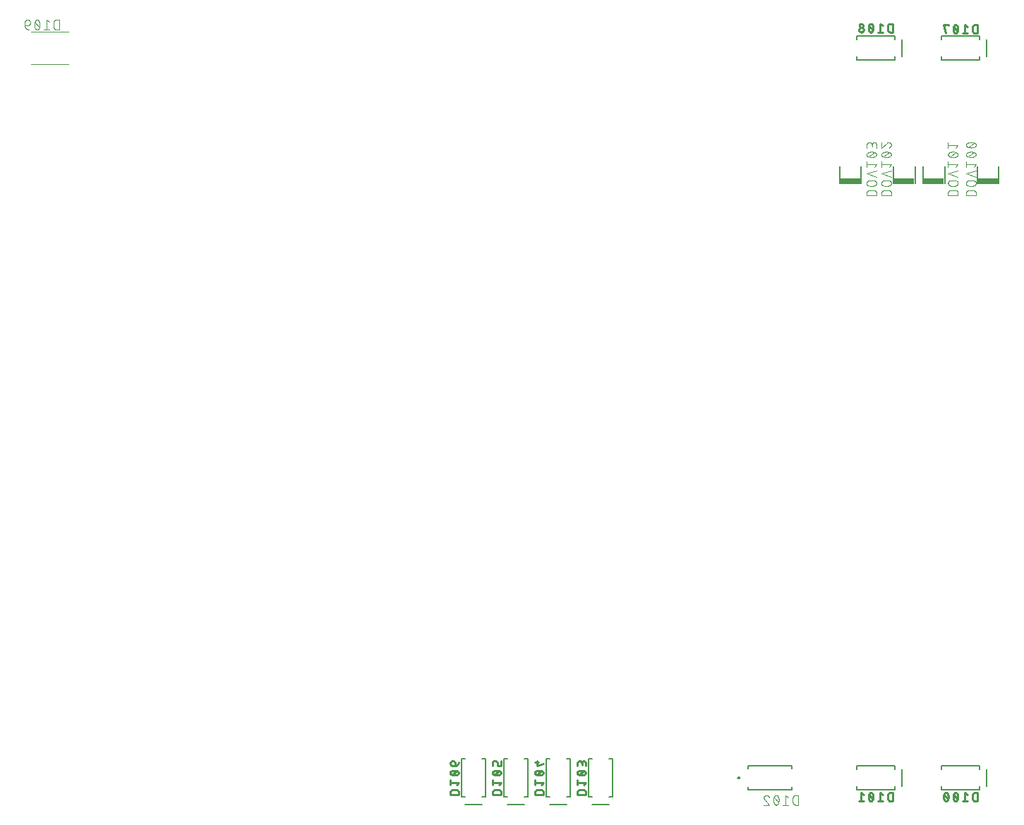
<source format=gbr>
G04 EAGLE Gerber RS-274X export*
G75*
%MOMM*%
%FSLAX34Y34*%
%LPD*%
%INSilkscreen Bottom*%
%IPPOS*%
%AMOC8*
5,1,8,0,0,1.08239X$1,22.5*%
G01*
%ADD10C,0.203200*%
%ADD11C,0.254000*%
%ADD12C,0.101600*%
%ADD13C,0.127000*%
%ADD14C,0.200000*%
%ADD15R,2.450331X0.675281*%


D10*
X1094600Y929800D02*
X1094600Y925300D01*
X1140600Y925300D01*
X1140600Y929800D01*
X1140600Y949800D02*
X1140600Y954300D01*
X1094600Y954300D01*
X1094600Y949800D01*
X1149350Y949800D02*
X1149350Y929800D01*
D11*
X1137758Y958850D02*
X1137758Y969010D01*
X1134936Y969010D01*
X1134830Y969008D01*
X1134725Y969002D01*
X1134620Y968992D01*
X1134515Y968978D01*
X1134411Y968961D01*
X1134308Y968939D01*
X1134206Y968914D01*
X1134104Y968885D01*
X1134004Y968852D01*
X1133905Y968815D01*
X1133808Y968775D01*
X1133712Y968731D01*
X1133617Y968683D01*
X1133525Y968632D01*
X1133435Y968577D01*
X1133346Y968520D01*
X1133260Y968459D01*
X1133177Y968394D01*
X1133095Y968327D01*
X1133017Y968257D01*
X1132941Y968183D01*
X1132867Y968107D01*
X1132797Y968029D01*
X1132730Y967947D01*
X1132665Y967864D01*
X1132604Y967778D01*
X1132547Y967689D01*
X1132492Y967599D01*
X1132441Y967507D01*
X1132393Y967412D01*
X1132349Y967316D01*
X1132309Y967219D01*
X1132272Y967120D01*
X1132239Y967020D01*
X1132210Y966918D01*
X1132185Y966816D01*
X1132163Y966713D01*
X1132146Y966609D01*
X1132132Y966504D01*
X1132122Y966399D01*
X1132116Y966294D01*
X1132114Y966188D01*
X1132113Y966188D02*
X1132113Y961672D01*
X1132114Y961672D02*
X1132116Y961566D01*
X1132122Y961461D01*
X1132132Y961356D01*
X1132146Y961251D01*
X1132163Y961147D01*
X1132185Y961044D01*
X1132210Y960942D01*
X1132239Y960840D01*
X1132272Y960740D01*
X1132309Y960641D01*
X1132349Y960544D01*
X1132393Y960448D01*
X1132441Y960353D01*
X1132492Y960261D01*
X1132547Y960171D01*
X1132604Y960082D01*
X1132665Y959996D01*
X1132730Y959913D01*
X1132797Y959831D01*
X1132867Y959753D01*
X1132941Y959677D01*
X1133017Y959603D01*
X1133095Y959533D01*
X1133177Y959466D01*
X1133260Y959401D01*
X1133346Y959340D01*
X1133435Y959283D01*
X1133525Y959228D01*
X1133617Y959177D01*
X1133712Y959129D01*
X1133808Y959085D01*
X1133905Y959045D01*
X1134004Y959008D01*
X1134104Y958975D01*
X1134206Y958946D01*
X1134308Y958921D01*
X1134411Y958899D01*
X1134515Y958882D01*
X1134620Y958868D01*
X1134725Y958858D01*
X1134830Y958852D01*
X1134936Y958850D01*
X1137758Y958850D01*
X1125947Y966752D02*
X1123125Y969010D01*
X1123125Y958850D01*
X1125947Y958850D02*
X1120302Y958850D01*
X1114517Y963930D02*
X1114515Y964130D01*
X1114507Y964330D01*
X1114496Y964529D01*
X1114479Y964728D01*
X1114457Y964927D01*
X1114431Y965125D01*
X1114400Y965323D01*
X1114365Y965519D01*
X1114324Y965715D01*
X1114280Y965910D01*
X1114230Y966104D01*
X1114176Y966296D01*
X1114117Y966487D01*
X1114054Y966677D01*
X1113986Y966865D01*
X1113914Y967051D01*
X1113837Y967236D01*
X1113756Y967418D01*
X1113670Y967599D01*
X1113639Y967683D01*
X1113605Y967765D01*
X1113567Y967846D01*
X1113526Y967926D01*
X1113481Y968003D01*
X1113434Y968078D01*
X1113383Y968152D01*
X1113328Y968223D01*
X1113271Y968291D01*
X1113211Y968358D01*
X1113148Y968421D01*
X1113083Y968482D01*
X1113015Y968540D01*
X1112945Y968595D01*
X1112872Y968647D01*
X1112797Y968695D01*
X1112720Y968741D01*
X1112642Y968783D01*
X1112561Y968822D01*
X1112479Y968857D01*
X1112396Y968889D01*
X1112311Y968917D01*
X1112225Y968942D01*
X1112138Y968962D01*
X1112051Y968980D01*
X1111962Y968993D01*
X1111873Y969002D01*
X1111784Y969008D01*
X1111695Y969010D01*
X1111606Y969008D01*
X1111517Y969002D01*
X1111428Y968993D01*
X1111339Y968980D01*
X1111252Y968962D01*
X1111165Y968942D01*
X1111079Y968917D01*
X1110994Y968889D01*
X1110911Y968857D01*
X1110829Y968822D01*
X1110748Y968783D01*
X1110670Y968741D01*
X1110593Y968695D01*
X1110518Y968647D01*
X1110445Y968595D01*
X1110375Y968540D01*
X1110307Y968482D01*
X1110242Y968421D01*
X1110179Y968358D01*
X1110119Y968291D01*
X1110062Y968223D01*
X1110007Y968152D01*
X1109956Y968078D01*
X1109909Y968003D01*
X1109864Y967926D01*
X1109823Y967846D01*
X1109785Y967765D01*
X1109751Y967683D01*
X1109720Y967599D01*
X1109634Y967418D01*
X1109553Y967235D01*
X1109476Y967051D01*
X1109404Y966864D01*
X1109336Y966676D01*
X1109273Y966487D01*
X1109214Y966296D01*
X1109160Y966103D01*
X1109110Y965910D01*
X1109066Y965715D01*
X1109025Y965519D01*
X1108990Y965323D01*
X1108959Y965125D01*
X1108933Y964927D01*
X1108911Y964728D01*
X1108894Y964529D01*
X1108883Y964330D01*
X1108875Y964130D01*
X1108873Y963930D01*
X1114517Y963930D02*
X1114515Y963730D01*
X1114507Y963530D01*
X1114496Y963331D01*
X1114479Y963132D01*
X1114457Y962933D01*
X1114431Y962735D01*
X1114400Y962537D01*
X1114365Y962341D01*
X1114324Y962145D01*
X1114280Y961950D01*
X1114230Y961756D01*
X1114176Y961564D01*
X1114117Y961373D01*
X1114054Y961183D01*
X1113986Y960995D01*
X1113914Y960809D01*
X1113837Y960624D01*
X1113756Y960442D01*
X1113670Y960261D01*
X1113639Y960177D01*
X1113605Y960095D01*
X1113567Y960014D01*
X1113526Y959934D01*
X1113481Y959857D01*
X1113434Y959782D01*
X1113382Y959708D01*
X1113328Y959637D01*
X1113271Y959569D01*
X1113211Y959502D01*
X1113148Y959439D01*
X1113083Y959378D01*
X1113015Y959320D01*
X1112945Y959265D01*
X1112872Y959213D01*
X1112797Y959165D01*
X1112720Y959119D01*
X1112642Y959077D01*
X1112561Y959038D01*
X1112479Y959003D01*
X1112396Y958971D01*
X1112311Y958943D01*
X1112225Y958918D01*
X1112138Y958898D01*
X1112051Y958880D01*
X1111962Y958867D01*
X1111873Y958858D01*
X1111784Y958852D01*
X1111695Y958850D01*
X1109719Y960261D02*
X1109633Y960442D01*
X1109552Y960624D01*
X1109475Y960809D01*
X1109403Y960995D01*
X1109335Y961183D01*
X1109272Y961373D01*
X1109213Y961564D01*
X1109159Y961756D01*
X1109109Y961950D01*
X1109065Y962145D01*
X1109024Y962341D01*
X1108989Y962537D01*
X1108958Y962735D01*
X1108932Y962933D01*
X1108910Y963132D01*
X1108893Y963331D01*
X1108882Y963530D01*
X1108874Y963730D01*
X1108872Y963930D01*
X1109720Y960261D02*
X1109751Y960177D01*
X1109785Y960095D01*
X1109823Y960014D01*
X1109864Y959934D01*
X1109909Y959857D01*
X1109956Y959782D01*
X1110008Y959708D01*
X1110062Y959637D01*
X1110119Y959569D01*
X1110179Y959502D01*
X1110242Y959439D01*
X1110307Y959378D01*
X1110375Y959320D01*
X1110445Y959265D01*
X1110518Y959213D01*
X1110593Y959165D01*
X1110670Y959119D01*
X1110748Y959077D01*
X1110829Y959038D01*
X1110911Y959003D01*
X1110994Y958971D01*
X1111079Y958943D01*
X1111165Y958918D01*
X1111252Y958898D01*
X1111339Y958880D01*
X1111428Y958867D01*
X1111517Y958858D01*
X1111606Y958852D01*
X1111695Y958850D01*
X1113952Y961108D02*
X1109437Y966752D01*
X1103087Y961672D02*
X1103085Y961778D01*
X1103079Y961883D01*
X1103069Y961988D01*
X1103055Y962093D01*
X1103038Y962197D01*
X1103016Y962300D01*
X1102991Y962402D01*
X1102962Y962504D01*
X1102929Y962604D01*
X1102892Y962703D01*
X1102852Y962800D01*
X1102808Y962896D01*
X1102760Y962991D01*
X1102709Y963083D01*
X1102654Y963173D01*
X1102597Y963262D01*
X1102536Y963348D01*
X1102471Y963431D01*
X1102404Y963513D01*
X1102334Y963591D01*
X1102260Y963667D01*
X1102184Y963741D01*
X1102106Y963811D01*
X1102024Y963878D01*
X1101941Y963943D01*
X1101855Y964004D01*
X1101766Y964061D01*
X1101676Y964116D01*
X1101584Y964167D01*
X1101489Y964215D01*
X1101393Y964259D01*
X1101296Y964299D01*
X1101197Y964336D01*
X1101097Y964369D01*
X1100995Y964398D01*
X1100893Y964423D01*
X1100790Y964445D01*
X1100686Y964462D01*
X1100581Y964476D01*
X1100476Y964486D01*
X1100371Y964492D01*
X1100265Y964494D01*
X1100159Y964492D01*
X1100054Y964486D01*
X1099949Y964476D01*
X1099844Y964462D01*
X1099740Y964445D01*
X1099637Y964423D01*
X1099535Y964398D01*
X1099433Y964369D01*
X1099333Y964336D01*
X1099234Y964299D01*
X1099137Y964259D01*
X1099041Y964215D01*
X1098946Y964167D01*
X1098854Y964116D01*
X1098764Y964061D01*
X1098675Y964004D01*
X1098589Y963943D01*
X1098506Y963878D01*
X1098424Y963811D01*
X1098346Y963741D01*
X1098270Y963667D01*
X1098196Y963591D01*
X1098126Y963513D01*
X1098059Y963431D01*
X1097994Y963348D01*
X1097933Y963262D01*
X1097876Y963173D01*
X1097821Y963083D01*
X1097770Y962991D01*
X1097722Y962896D01*
X1097678Y962800D01*
X1097638Y962703D01*
X1097601Y962604D01*
X1097568Y962504D01*
X1097539Y962402D01*
X1097514Y962300D01*
X1097492Y962197D01*
X1097475Y962093D01*
X1097461Y961988D01*
X1097451Y961883D01*
X1097445Y961778D01*
X1097443Y961672D01*
X1097445Y961566D01*
X1097451Y961461D01*
X1097461Y961356D01*
X1097475Y961251D01*
X1097492Y961147D01*
X1097514Y961044D01*
X1097539Y960942D01*
X1097568Y960840D01*
X1097601Y960740D01*
X1097638Y960641D01*
X1097678Y960544D01*
X1097722Y960448D01*
X1097770Y960353D01*
X1097821Y960261D01*
X1097876Y960171D01*
X1097933Y960082D01*
X1097994Y959996D01*
X1098059Y959913D01*
X1098126Y959831D01*
X1098196Y959753D01*
X1098270Y959677D01*
X1098346Y959603D01*
X1098424Y959533D01*
X1098506Y959466D01*
X1098589Y959401D01*
X1098675Y959340D01*
X1098764Y959283D01*
X1098854Y959228D01*
X1098946Y959177D01*
X1099041Y959129D01*
X1099137Y959085D01*
X1099234Y959045D01*
X1099333Y959008D01*
X1099433Y958975D01*
X1099535Y958946D01*
X1099637Y958921D01*
X1099740Y958899D01*
X1099844Y958882D01*
X1099949Y958868D01*
X1100054Y958858D01*
X1100159Y958852D01*
X1100265Y958850D01*
X1100371Y958852D01*
X1100476Y958858D01*
X1100581Y958868D01*
X1100686Y958882D01*
X1100790Y958899D01*
X1100893Y958921D01*
X1100995Y958946D01*
X1101097Y958975D01*
X1101197Y959008D01*
X1101296Y959045D01*
X1101393Y959085D01*
X1101489Y959129D01*
X1101584Y959177D01*
X1101676Y959228D01*
X1101766Y959283D01*
X1101855Y959340D01*
X1101941Y959401D01*
X1102024Y959466D01*
X1102106Y959533D01*
X1102184Y959603D01*
X1102260Y959677D01*
X1102334Y959753D01*
X1102404Y959831D01*
X1102471Y959913D01*
X1102536Y959996D01*
X1102597Y960082D01*
X1102654Y960171D01*
X1102709Y960261D01*
X1102760Y960353D01*
X1102808Y960448D01*
X1102852Y960544D01*
X1102892Y960641D01*
X1102929Y960740D01*
X1102962Y960840D01*
X1102991Y960942D01*
X1103016Y961044D01*
X1103038Y961147D01*
X1103055Y961251D01*
X1103069Y961356D01*
X1103079Y961461D01*
X1103085Y961566D01*
X1103087Y961672D01*
X1102523Y966752D02*
X1102521Y966845D01*
X1102515Y966938D01*
X1102506Y967031D01*
X1102492Y967124D01*
X1102475Y967215D01*
X1102454Y967306D01*
X1102429Y967396D01*
X1102401Y967485D01*
X1102369Y967573D01*
X1102333Y967659D01*
X1102294Y967744D01*
X1102251Y967827D01*
X1102205Y967908D01*
X1102155Y967987D01*
X1102103Y968064D01*
X1102047Y968139D01*
X1101988Y968211D01*
X1101926Y968281D01*
X1101862Y968349D01*
X1101794Y968413D01*
X1101724Y968475D01*
X1101652Y968534D01*
X1101577Y968590D01*
X1101500Y968642D01*
X1101421Y968692D01*
X1101340Y968738D01*
X1101257Y968781D01*
X1101172Y968820D01*
X1101086Y968856D01*
X1100998Y968888D01*
X1100909Y968916D01*
X1100819Y968941D01*
X1100728Y968962D01*
X1100637Y968979D01*
X1100544Y968993D01*
X1100451Y969002D01*
X1100358Y969008D01*
X1100265Y969010D01*
X1100172Y969008D01*
X1100079Y969002D01*
X1099986Y968993D01*
X1099893Y968979D01*
X1099802Y968962D01*
X1099711Y968941D01*
X1099621Y968916D01*
X1099532Y968888D01*
X1099444Y968856D01*
X1099358Y968820D01*
X1099273Y968781D01*
X1099190Y968738D01*
X1099109Y968692D01*
X1099030Y968642D01*
X1098953Y968590D01*
X1098878Y968534D01*
X1098806Y968475D01*
X1098736Y968413D01*
X1098668Y968349D01*
X1098604Y968281D01*
X1098542Y968211D01*
X1098483Y968139D01*
X1098427Y968064D01*
X1098375Y967987D01*
X1098325Y967908D01*
X1098279Y967827D01*
X1098236Y967744D01*
X1098197Y967659D01*
X1098161Y967573D01*
X1098129Y967485D01*
X1098101Y967396D01*
X1098076Y967306D01*
X1098055Y967215D01*
X1098038Y967124D01*
X1098024Y967031D01*
X1098015Y966938D01*
X1098009Y966845D01*
X1098007Y966752D01*
X1098009Y966659D01*
X1098015Y966566D01*
X1098024Y966473D01*
X1098038Y966380D01*
X1098055Y966289D01*
X1098076Y966198D01*
X1098101Y966108D01*
X1098129Y966019D01*
X1098161Y965931D01*
X1098197Y965845D01*
X1098236Y965760D01*
X1098279Y965677D01*
X1098325Y965596D01*
X1098375Y965517D01*
X1098427Y965440D01*
X1098483Y965365D01*
X1098542Y965293D01*
X1098604Y965223D01*
X1098668Y965155D01*
X1098736Y965091D01*
X1098806Y965029D01*
X1098878Y964970D01*
X1098953Y964914D01*
X1099030Y964862D01*
X1099109Y964812D01*
X1099190Y964766D01*
X1099273Y964723D01*
X1099358Y964684D01*
X1099444Y964648D01*
X1099532Y964616D01*
X1099621Y964588D01*
X1099711Y964563D01*
X1099802Y964542D01*
X1099893Y964525D01*
X1099986Y964511D01*
X1100079Y964502D01*
X1100172Y964496D01*
X1100265Y964494D01*
X1100358Y964496D01*
X1100451Y964502D01*
X1100544Y964511D01*
X1100637Y964525D01*
X1100728Y964542D01*
X1100819Y964563D01*
X1100909Y964588D01*
X1100998Y964616D01*
X1101086Y964648D01*
X1101172Y964684D01*
X1101257Y964723D01*
X1101340Y964766D01*
X1101421Y964812D01*
X1101500Y964862D01*
X1101577Y964914D01*
X1101652Y964970D01*
X1101724Y965029D01*
X1101794Y965091D01*
X1101862Y965155D01*
X1101926Y965223D01*
X1101988Y965293D01*
X1102047Y965365D01*
X1102103Y965440D01*
X1102155Y965517D01*
X1102205Y965596D01*
X1102251Y965677D01*
X1102294Y965760D01*
X1102333Y965845D01*
X1102369Y965931D01*
X1102401Y966019D01*
X1102429Y966108D01*
X1102454Y966198D01*
X1102475Y966289D01*
X1102492Y966380D01*
X1102506Y966473D01*
X1102515Y966566D01*
X1102521Y966659D01*
X1102523Y966752D01*
D10*
X777400Y86500D02*
X772900Y86500D01*
X772900Y40500D01*
X777400Y40500D01*
X797400Y40500D02*
X801900Y40500D01*
X801900Y86500D01*
X797400Y86500D01*
X797400Y31750D02*
X777400Y31750D01*
D11*
X769620Y43342D02*
X759460Y43342D01*
X769620Y43342D02*
X769620Y46165D01*
X769618Y46271D01*
X769612Y46376D01*
X769602Y46481D01*
X769588Y46586D01*
X769571Y46690D01*
X769549Y46793D01*
X769524Y46895D01*
X769495Y46997D01*
X769462Y47097D01*
X769425Y47196D01*
X769385Y47294D01*
X769341Y47389D01*
X769293Y47484D01*
X769242Y47576D01*
X769187Y47666D01*
X769130Y47755D01*
X769069Y47841D01*
X769004Y47924D01*
X768937Y48006D01*
X768867Y48084D01*
X768793Y48160D01*
X768717Y48234D01*
X768639Y48304D01*
X768557Y48371D01*
X768474Y48436D01*
X768388Y48497D01*
X768299Y48554D01*
X768209Y48609D01*
X768117Y48660D01*
X768022Y48708D01*
X767926Y48752D01*
X767829Y48792D01*
X767730Y48829D01*
X767630Y48862D01*
X767528Y48891D01*
X767426Y48916D01*
X767323Y48938D01*
X767219Y48955D01*
X767114Y48969D01*
X767009Y48979D01*
X766903Y48985D01*
X766798Y48987D01*
X762282Y48987D01*
X762282Y48986D02*
X762176Y48984D01*
X762071Y48978D01*
X761966Y48968D01*
X761861Y48954D01*
X761757Y48937D01*
X761654Y48915D01*
X761552Y48890D01*
X761450Y48861D01*
X761350Y48828D01*
X761251Y48791D01*
X761154Y48751D01*
X761058Y48707D01*
X760963Y48659D01*
X760871Y48608D01*
X760781Y48553D01*
X760692Y48496D01*
X760606Y48435D01*
X760523Y48370D01*
X760441Y48303D01*
X760363Y48233D01*
X760287Y48159D01*
X760213Y48083D01*
X760143Y48005D01*
X760076Y47924D01*
X760011Y47840D01*
X759950Y47754D01*
X759893Y47665D01*
X759838Y47575D01*
X759787Y47483D01*
X759739Y47388D01*
X759695Y47293D01*
X759655Y47195D01*
X759618Y47096D01*
X759585Y46996D01*
X759556Y46894D01*
X759531Y46792D01*
X759509Y46689D01*
X759492Y46585D01*
X759478Y46480D01*
X759468Y46375D01*
X759462Y46270D01*
X759460Y46164D01*
X759460Y46165D02*
X759460Y43342D01*
X767362Y55153D02*
X769620Y57976D01*
X759460Y57976D01*
X759460Y60798D02*
X759460Y55153D01*
X764540Y66583D02*
X764740Y66585D01*
X764940Y66593D01*
X765139Y66604D01*
X765338Y66621D01*
X765537Y66643D01*
X765735Y66669D01*
X765933Y66700D01*
X766129Y66735D01*
X766325Y66776D01*
X766520Y66820D01*
X766714Y66870D01*
X766906Y66924D01*
X767097Y66983D01*
X767287Y67046D01*
X767475Y67114D01*
X767661Y67186D01*
X767846Y67263D01*
X768028Y67344D01*
X768209Y67430D01*
X768209Y67431D02*
X768293Y67462D01*
X768375Y67496D01*
X768456Y67534D01*
X768536Y67575D01*
X768613Y67620D01*
X768688Y67667D01*
X768762Y67718D01*
X768833Y67773D01*
X768901Y67830D01*
X768968Y67890D01*
X769031Y67953D01*
X769092Y68018D01*
X769150Y68086D01*
X769205Y68156D01*
X769257Y68229D01*
X769305Y68304D01*
X769351Y68381D01*
X769393Y68459D01*
X769432Y68540D01*
X769467Y68622D01*
X769499Y68705D01*
X769527Y68790D01*
X769552Y68876D01*
X769572Y68963D01*
X769590Y69050D01*
X769603Y69139D01*
X769612Y69228D01*
X769618Y69317D01*
X769620Y69406D01*
X769618Y69495D01*
X769612Y69584D01*
X769603Y69673D01*
X769590Y69762D01*
X769572Y69849D01*
X769552Y69936D01*
X769527Y70022D01*
X769499Y70107D01*
X769467Y70190D01*
X769432Y70272D01*
X769393Y70353D01*
X769351Y70431D01*
X769305Y70508D01*
X769257Y70583D01*
X769205Y70656D01*
X769150Y70726D01*
X769092Y70794D01*
X769031Y70860D01*
X768967Y70922D01*
X768901Y70982D01*
X768833Y71039D01*
X768762Y71094D01*
X768688Y71145D01*
X768613Y71192D01*
X768536Y71237D01*
X768456Y71278D01*
X768375Y71316D01*
X768293Y71350D01*
X768209Y71381D01*
X768209Y71380D02*
X768028Y71466D01*
X767845Y71547D01*
X767661Y71624D01*
X767474Y71696D01*
X767286Y71764D01*
X767097Y71827D01*
X766906Y71886D01*
X766713Y71940D01*
X766520Y71990D01*
X766325Y72034D01*
X766129Y72075D01*
X765933Y72110D01*
X765735Y72141D01*
X765537Y72167D01*
X765338Y72189D01*
X765139Y72206D01*
X764940Y72217D01*
X764740Y72225D01*
X764540Y72227D01*
X764540Y66583D02*
X764340Y66585D01*
X764140Y66593D01*
X763941Y66604D01*
X763742Y66621D01*
X763543Y66643D01*
X763345Y66669D01*
X763147Y66700D01*
X762951Y66735D01*
X762755Y66776D01*
X762560Y66820D01*
X762366Y66870D01*
X762174Y66924D01*
X761983Y66983D01*
X761793Y67046D01*
X761605Y67114D01*
X761419Y67186D01*
X761234Y67263D01*
X761052Y67344D01*
X760871Y67430D01*
X760871Y67431D02*
X760787Y67462D01*
X760705Y67496D01*
X760624Y67534D01*
X760544Y67575D01*
X760467Y67620D01*
X760392Y67667D01*
X760318Y67719D01*
X760247Y67773D01*
X760179Y67830D01*
X760112Y67890D01*
X760049Y67953D01*
X759988Y68018D01*
X759930Y68086D01*
X759875Y68156D01*
X759823Y68229D01*
X759775Y68304D01*
X759729Y68381D01*
X759687Y68459D01*
X759648Y68540D01*
X759613Y68622D01*
X759581Y68705D01*
X759553Y68790D01*
X759528Y68876D01*
X759508Y68963D01*
X759490Y69050D01*
X759477Y69139D01*
X759468Y69228D01*
X759462Y69317D01*
X759460Y69406D01*
X760871Y71381D02*
X761052Y71467D01*
X761234Y71548D01*
X761419Y71625D01*
X761605Y71697D01*
X761793Y71765D01*
X761983Y71828D01*
X762174Y71887D01*
X762366Y71941D01*
X762560Y71991D01*
X762755Y72035D01*
X762951Y72076D01*
X763147Y72111D01*
X763345Y72142D01*
X763543Y72168D01*
X763742Y72190D01*
X763941Y72207D01*
X764140Y72218D01*
X764340Y72226D01*
X764540Y72228D01*
X760871Y71381D02*
X760787Y71350D01*
X760705Y71316D01*
X760624Y71278D01*
X760544Y71237D01*
X760467Y71192D01*
X760392Y71145D01*
X760318Y71094D01*
X760247Y71039D01*
X760179Y70982D01*
X760112Y70922D01*
X760049Y70859D01*
X759988Y70794D01*
X759930Y70726D01*
X759875Y70656D01*
X759823Y70583D01*
X759775Y70508D01*
X759729Y70431D01*
X759687Y70353D01*
X759648Y70272D01*
X759613Y70190D01*
X759581Y70107D01*
X759553Y70022D01*
X759528Y69936D01*
X759508Y69849D01*
X759490Y69762D01*
X759477Y69673D01*
X759468Y69584D01*
X759462Y69495D01*
X759460Y69406D01*
X761718Y67148D02*
X767362Y71663D01*
X759460Y78013D02*
X759460Y80836D01*
X759462Y80942D01*
X759468Y81047D01*
X759478Y81152D01*
X759492Y81257D01*
X759509Y81361D01*
X759531Y81464D01*
X759556Y81566D01*
X759585Y81668D01*
X759618Y81768D01*
X759655Y81867D01*
X759695Y81964D01*
X759739Y82060D01*
X759787Y82155D01*
X759838Y82247D01*
X759893Y82337D01*
X759950Y82426D01*
X760011Y82512D01*
X760076Y82595D01*
X760143Y82677D01*
X760213Y82755D01*
X760287Y82831D01*
X760363Y82905D01*
X760441Y82975D01*
X760523Y83042D01*
X760606Y83107D01*
X760692Y83168D01*
X760781Y83225D01*
X760871Y83280D01*
X760963Y83331D01*
X761058Y83379D01*
X761154Y83423D01*
X761251Y83463D01*
X761350Y83500D01*
X761450Y83533D01*
X761552Y83562D01*
X761654Y83587D01*
X761757Y83609D01*
X761861Y83626D01*
X761966Y83640D01*
X762071Y83650D01*
X762176Y83656D01*
X762282Y83658D01*
X762388Y83656D01*
X762493Y83650D01*
X762598Y83640D01*
X762703Y83626D01*
X762807Y83609D01*
X762910Y83587D01*
X763012Y83562D01*
X763114Y83533D01*
X763214Y83500D01*
X763313Y83463D01*
X763410Y83423D01*
X763506Y83379D01*
X763601Y83331D01*
X763693Y83280D01*
X763783Y83225D01*
X763872Y83168D01*
X763958Y83107D01*
X764041Y83042D01*
X764123Y82975D01*
X764201Y82905D01*
X764277Y82831D01*
X764351Y82755D01*
X764421Y82677D01*
X764488Y82595D01*
X764553Y82512D01*
X764614Y82426D01*
X764671Y82337D01*
X764726Y82247D01*
X764777Y82155D01*
X764825Y82060D01*
X764869Y81964D01*
X764909Y81867D01*
X764946Y81768D01*
X764979Y81668D01*
X765008Y81566D01*
X765033Y81464D01*
X765055Y81361D01*
X765072Y81257D01*
X765086Y81152D01*
X765096Y81047D01*
X765102Y80942D01*
X765104Y80836D01*
X769620Y81400D02*
X769620Y78013D01*
X769620Y81400D02*
X769618Y81493D01*
X769612Y81586D01*
X769603Y81679D01*
X769589Y81772D01*
X769572Y81863D01*
X769551Y81954D01*
X769526Y82044D01*
X769498Y82133D01*
X769466Y82221D01*
X769430Y82307D01*
X769391Y82392D01*
X769348Y82475D01*
X769302Y82556D01*
X769252Y82635D01*
X769200Y82712D01*
X769144Y82787D01*
X769085Y82859D01*
X769023Y82929D01*
X768959Y82997D01*
X768891Y83061D01*
X768821Y83123D01*
X768749Y83182D01*
X768674Y83238D01*
X768597Y83290D01*
X768518Y83340D01*
X768437Y83386D01*
X768354Y83429D01*
X768269Y83468D01*
X768183Y83504D01*
X768095Y83536D01*
X768006Y83564D01*
X767916Y83589D01*
X767825Y83610D01*
X767734Y83627D01*
X767641Y83641D01*
X767548Y83650D01*
X767455Y83656D01*
X767362Y83658D01*
X767269Y83656D01*
X767176Y83650D01*
X767083Y83641D01*
X766990Y83627D01*
X766899Y83610D01*
X766808Y83589D01*
X766718Y83564D01*
X766629Y83536D01*
X766541Y83504D01*
X766455Y83468D01*
X766370Y83429D01*
X766287Y83386D01*
X766206Y83340D01*
X766127Y83290D01*
X766050Y83238D01*
X765975Y83182D01*
X765903Y83123D01*
X765833Y83061D01*
X765765Y82997D01*
X765701Y82929D01*
X765639Y82859D01*
X765580Y82787D01*
X765524Y82712D01*
X765472Y82635D01*
X765422Y82556D01*
X765376Y82475D01*
X765333Y82392D01*
X765294Y82307D01*
X765258Y82221D01*
X765226Y82133D01*
X765198Y82044D01*
X765173Y81954D01*
X765152Y81863D01*
X765135Y81772D01*
X765121Y81679D01*
X765112Y81586D01*
X765106Y81493D01*
X765104Y81400D01*
X765104Y79142D01*
D10*
X726600Y86500D02*
X722100Y86500D01*
X722100Y40500D01*
X726600Y40500D01*
X746600Y40500D02*
X751100Y40500D01*
X751100Y86500D01*
X746600Y86500D01*
X746600Y31750D02*
X726600Y31750D01*
D11*
X718820Y43342D02*
X708660Y43342D01*
X718820Y43342D02*
X718820Y46165D01*
X718818Y46271D01*
X718812Y46376D01*
X718802Y46481D01*
X718788Y46586D01*
X718771Y46690D01*
X718749Y46793D01*
X718724Y46895D01*
X718695Y46997D01*
X718662Y47097D01*
X718625Y47196D01*
X718585Y47294D01*
X718541Y47389D01*
X718493Y47484D01*
X718442Y47576D01*
X718387Y47666D01*
X718330Y47755D01*
X718269Y47841D01*
X718204Y47924D01*
X718137Y48006D01*
X718067Y48084D01*
X717993Y48160D01*
X717917Y48234D01*
X717839Y48304D01*
X717757Y48371D01*
X717674Y48436D01*
X717588Y48497D01*
X717499Y48554D01*
X717409Y48609D01*
X717317Y48660D01*
X717222Y48708D01*
X717126Y48752D01*
X717029Y48792D01*
X716930Y48829D01*
X716830Y48862D01*
X716728Y48891D01*
X716626Y48916D01*
X716523Y48938D01*
X716419Y48955D01*
X716314Y48969D01*
X716209Y48979D01*
X716103Y48985D01*
X715998Y48987D01*
X711482Y48987D01*
X711482Y48986D02*
X711376Y48984D01*
X711271Y48978D01*
X711166Y48968D01*
X711061Y48954D01*
X710957Y48937D01*
X710854Y48915D01*
X710752Y48890D01*
X710650Y48861D01*
X710550Y48828D01*
X710451Y48791D01*
X710354Y48751D01*
X710258Y48707D01*
X710163Y48659D01*
X710071Y48608D01*
X709981Y48553D01*
X709892Y48496D01*
X709806Y48435D01*
X709723Y48370D01*
X709641Y48303D01*
X709563Y48233D01*
X709487Y48159D01*
X709413Y48083D01*
X709343Y48005D01*
X709276Y47924D01*
X709211Y47840D01*
X709150Y47754D01*
X709093Y47665D01*
X709038Y47575D01*
X708987Y47483D01*
X708939Y47388D01*
X708895Y47293D01*
X708855Y47195D01*
X708818Y47096D01*
X708785Y46996D01*
X708756Y46894D01*
X708731Y46792D01*
X708709Y46689D01*
X708692Y46585D01*
X708678Y46480D01*
X708668Y46375D01*
X708662Y46270D01*
X708660Y46164D01*
X708660Y46165D02*
X708660Y43342D01*
X716562Y55153D02*
X718820Y57976D01*
X708660Y57976D01*
X708660Y60798D02*
X708660Y55153D01*
X713740Y66583D02*
X713940Y66585D01*
X714140Y66593D01*
X714339Y66604D01*
X714538Y66621D01*
X714737Y66643D01*
X714935Y66669D01*
X715133Y66700D01*
X715329Y66735D01*
X715525Y66776D01*
X715720Y66820D01*
X715914Y66870D01*
X716106Y66924D01*
X716297Y66983D01*
X716487Y67046D01*
X716675Y67114D01*
X716861Y67186D01*
X717046Y67263D01*
X717228Y67344D01*
X717409Y67430D01*
X717409Y67431D02*
X717493Y67462D01*
X717575Y67496D01*
X717656Y67534D01*
X717736Y67575D01*
X717813Y67620D01*
X717888Y67667D01*
X717962Y67718D01*
X718033Y67773D01*
X718101Y67830D01*
X718168Y67890D01*
X718231Y67953D01*
X718292Y68018D01*
X718350Y68086D01*
X718405Y68156D01*
X718457Y68229D01*
X718505Y68304D01*
X718551Y68381D01*
X718593Y68459D01*
X718632Y68540D01*
X718667Y68622D01*
X718699Y68705D01*
X718727Y68790D01*
X718752Y68876D01*
X718772Y68963D01*
X718790Y69050D01*
X718803Y69139D01*
X718812Y69228D01*
X718818Y69317D01*
X718820Y69406D01*
X718818Y69495D01*
X718812Y69584D01*
X718803Y69673D01*
X718790Y69762D01*
X718772Y69849D01*
X718752Y69936D01*
X718727Y70022D01*
X718699Y70107D01*
X718667Y70190D01*
X718632Y70272D01*
X718593Y70353D01*
X718551Y70431D01*
X718505Y70508D01*
X718457Y70583D01*
X718405Y70656D01*
X718350Y70726D01*
X718292Y70794D01*
X718231Y70860D01*
X718167Y70922D01*
X718101Y70982D01*
X718033Y71039D01*
X717962Y71094D01*
X717888Y71145D01*
X717813Y71192D01*
X717736Y71237D01*
X717656Y71278D01*
X717575Y71316D01*
X717493Y71350D01*
X717409Y71381D01*
X717409Y71380D02*
X717228Y71466D01*
X717045Y71547D01*
X716861Y71624D01*
X716674Y71696D01*
X716486Y71764D01*
X716297Y71827D01*
X716106Y71886D01*
X715913Y71940D01*
X715720Y71990D01*
X715525Y72034D01*
X715329Y72075D01*
X715133Y72110D01*
X714935Y72141D01*
X714737Y72167D01*
X714538Y72189D01*
X714339Y72206D01*
X714140Y72217D01*
X713940Y72225D01*
X713740Y72227D01*
X713740Y66583D02*
X713540Y66585D01*
X713340Y66593D01*
X713141Y66604D01*
X712942Y66621D01*
X712743Y66643D01*
X712545Y66669D01*
X712347Y66700D01*
X712151Y66735D01*
X711955Y66776D01*
X711760Y66820D01*
X711566Y66870D01*
X711374Y66924D01*
X711183Y66983D01*
X710993Y67046D01*
X710805Y67114D01*
X710619Y67186D01*
X710434Y67263D01*
X710252Y67344D01*
X710071Y67430D01*
X710071Y67431D02*
X709987Y67462D01*
X709905Y67496D01*
X709824Y67534D01*
X709744Y67575D01*
X709667Y67620D01*
X709592Y67667D01*
X709518Y67719D01*
X709447Y67773D01*
X709379Y67830D01*
X709312Y67890D01*
X709249Y67953D01*
X709188Y68018D01*
X709130Y68086D01*
X709075Y68156D01*
X709023Y68229D01*
X708975Y68304D01*
X708929Y68381D01*
X708887Y68459D01*
X708848Y68540D01*
X708813Y68622D01*
X708781Y68705D01*
X708753Y68790D01*
X708728Y68876D01*
X708708Y68963D01*
X708690Y69050D01*
X708677Y69139D01*
X708668Y69228D01*
X708662Y69317D01*
X708660Y69406D01*
X710071Y71381D02*
X710252Y71467D01*
X710434Y71548D01*
X710619Y71625D01*
X710805Y71697D01*
X710993Y71765D01*
X711183Y71828D01*
X711374Y71887D01*
X711566Y71941D01*
X711760Y71991D01*
X711955Y72035D01*
X712151Y72076D01*
X712347Y72111D01*
X712545Y72142D01*
X712743Y72168D01*
X712942Y72190D01*
X713141Y72207D01*
X713340Y72218D01*
X713540Y72226D01*
X713740Y72228D01*
X710071Y71381D02*
X709987Y71350D01*
X709905Y71316D01*
X709824Y71278D01*
X709744Y71237D01*
X709667Y71192D01*
X709592Y71145D01*
X709518Y71094D01*
X709447Y71039D01*
X709379Y70982D01*
X709312Y70922D01*
X709249Y70859D01*
X709188Y70794D01*
X709130Y70726D01*
X709075Y70656D01*
X709023Y70583D01*
X708975Y70508D01*
X708929Y70431D01*
X708887Y70353D01*
X708848Y70272D01*
X708813Y70190D01*
X708781Y70107D01*
X708753Y70022D01*
X708728Y69936D01*
X708708Y69849D01*
X708690Y69762D01*
X708677Y69673D01*
X708668Y69584D01*
X708662Y69495D01*
X708660Y69406D01*
X710918Y67148D02*
X716562Y71663D01*
X710918Y78013D02*
X718820Y80271D01*
X710918Y78013D02*
X710918Y83658D01*
X713176Y81964D02*
X708660Y81964D01*
D10*
X675800Y86500D02*
X671300Y86500D01*
X671300Y40500D01*
X675800Y40500D01*
X695800Y40500D02*
X700300Y40500D01*
X700300Y86500D01*
X695800Y86500D01*
X695800Y31750D02*
X675800Y31750D01*
D11*
X668020Y43342D02*
X657860Y43342D01*
X668020Y43342D02*
X668020Y46165D01*
X668018Y46271D01*
X668012Y46376D01*
X668002Y46481D01*
X667988Y46586D01*
X667971Y46690D01*
X667949Y46793D01*
X667924Y46895D01*
X667895Y46997D01*
X667862Y47097D01*
X667825Y47196D01*
X667785Y47294D01*
X667741Y47389D01*
X667693Y47484D01*
X667642Y47576D01*
X667587Y47666D01*
X667530Y47755D01*
X667469Y47841D01*
X667404Y47924D01*
X667337Y48006D01*
X667267Y48084D01*
X667193Y48160D01*
X667117Y48234D01*
X667039Y48304D01*
X666957Y48371D01*
X666874Y48436D01*
X666788Y48497D01*
X666699Y48554D01*
X666609Y48609D01*
X666517Y48660D01*
X666422Y48708D01*
X666326Y48752D01*
X666229Y48792D01*
X666130Y48829D01*
X666030Y48862D01*
X665928Y48891D01*
X665826Y48916D01*
X665723Y48938D01*
X665619Y48955D01*
X665514Y48969D01*
X665409Y48979D01*
X665303Y48985D01*
X665198Y48987D01*
X660682Y48987D01*
X660682Y48986D02*
X660576Y48984D01*
X660471Y48978D01*
X660366Y48968D01*
X660261Y48954D01*
X660157Y48937D01*
X660054Y48915D01*
X659952Y48890D01*
X659850Y48861D01*
X659750Y48828D01*
X659651Y48791D01*
X659554Y48751D01*
X659458Y48707D01*
X659363Y48659D01*
X659271Y48608D01*
X659181Y48553D01*
X659092Y48496D01*
X659006Y48435D01*
X658923Y48370D01*
X658841Y48303D01*
X658763Y48233D01*
X658687Y48159D01*
X658613Y48083D01*
X658543Y48005D01*
X658476Y47924D01*
X658411Y47840D01*
X658350Y47754D01*
X658293Y47665D01*
X658238Y47575D01*
X658187Y47483D01*
X658139Y47388D01*
X658095Y47293D01*
X658055Y47195D01*
X658018Y47096D01*
X657985Y46996D01*
X657956Y46894D01*
X657931Y46792D01*
X657909Y46689D01*
X657892Y46585D01*
X657878Y46480D01*
X657868Y46375D01*
X657862Y46270D01*
X657860Y46164D01*
X657860Y46165D02*
X657860Y43342D01*
X665762Y55153D02*
X668020Y57976D01*
X657860Y57976D01*
X657860Y60798D02*
X657860Y55153D01*
X662940Y66583D02*
X663140Y66585D01*
X663340Y66593D01*
X663539Y66604D01*
X663738Y66621D01*
X663937Y66643D01*
X664135Y66669D01*
X664333Y66700D01*
X664529Y66735D01*
X664725Y66776D01*
X664920Y66820D01*
X665114Y66870D01*
X665306Y66924D01*
X665497Y66983D01*
X665687Y67046D01*
X665875Y67114D01*
X666061Y67186D01*
X666246Y67263D01*
X666428Y67344D01*
X666609Y67430D01*
X666609Y67431D02*
X666693Y67462D01*
X666775Y67496D01*
X666856Y67534D01*
X666936Y67575D01*
X667013Y67620D01*
X667088Y67667D01*
X667162Y67718D01*
X667233Y67773D01*
X667301Y67830D01*
X667368Y67890D01*
X667431Y67953D01*
X667492Y68018D01*
X667550Y68086D01*
X667605Y68156D01*
X667657Y68229D01*
X667705Y68304D01*
X667751Y68381D01*
X667793Y68459D01*
X667832Y68540D01*
X667867Y68622D01*
X667899Y68705D01*
X667927Y68790D01*
X667952Y68876D01*
X667972Y68963D01*
X667990Y69050D01*
X668003Y69139D01*
X668012Y69228D01*
X668018Y69317D01*
X668020Y69406D01*
X668018Y69495D01*
X668012Y69584D01*
X668003Y69673D01*
X667990Y69762D01*
X667972Y69849D01*
X667952Y69936D01*
X667927Y70022D01*
X667899Y70107D01*
X667867Y70190D01*
X667832Y70272D01*
X667793Y70353D01*
X667751Y70431D01*
X667705Y70508D01*
X667657Y70583D01*
X667605Y70656D01*
X667550Y70726D01*
X667492Y70794D01*
X667431Y70860D01*
X667367Y70922D01*
X667301Y70982D01*
X667233Y71039D01*
X667162Y71094D01*
X667088Y71145D01*
X667013Y71192D01*
X666936Y71237D01*
X666856Y71278D01*
X666775Y71316D01*
X666693Y71350D01*
X666609Y71381D01*
X666609Y71380D02*
X666428Y71466D01*
X666245Y71547D01*
X666061Y71624D01*
X665874Y71696D01*
X665686Y71764D01*
X665497Y71827D01*
X665306Y71886D01*
X665113Y71940D01*
X664920Y71990D01*
X664725Y72034D01*
X664529Y72075D01*
X664333Y72110D01*
X664135Y72141D01*
X663937Y72167D01*
X663738Y72189D01*
X663539Y72206D01*
X663340Y72217D01*
X663140Y72225D01*
X662940Y72227D01*
X662940Y66583D02*
X662740Y66585D01*
X662540Y66593D01*
X662341Y66604D01*
X662142Y66621D01*
X661943Y66643D01*
X661745Y66669D01*
X661547Y66700D01*
X661351Y66735D01*
X661155Y66776D01*
X660960Y66820D01*
X660766Y66870D01*
X660574Y66924D01*
X660383Y66983D01*
X660193Y67046D01*
X660005Y67114D01*
X659819Y67186D01*
X659634Y67263D01*
X659452Y67344D01*
X659271Y67430D01*
X659271Y67431D02*
X659187Y67462D01*
X659105Y67496D01*
X659024Y67534D01*
X658944Y67575D01*
X658867Y67620D01*
X658792Y67667D01*
X658718Y67719D01*
X658647Y67773D01*
X658579Y67830D01*
X658512Y67890D01*
X658449Y67953D01*
X658388Y68018D01*
X658330Y68086D01*
X658275Y68156D01*
X658223Y68229D01*
X658175Y68304D01*
X658129Y68381D01*
X658087Y68459D01*
X658048Y68540D01*
X658013Y68622D01*
X657981Y68705D01*
X657953Y68790D01*
X657928Y68876D01*
X657908Y68963D01*
X657890Y69050D01*
X657877Y69139D01*
X657868Y69228D01*
X657862Y69317D01*
X657860Y69406D01*
X659271Y71381D02*
X659452Y71467D01*
X659634Y71548D01*
X659819Y71625D01*
X660005Y71697D01*
X660193Y71765D01*
X660383Y71828D01*
X660574Y71887D01*
X660766Y71941D01*
X660960Y71991D01*
X661155Y72035D01*
X661351Y72076D01*
X661547Y72111D01*
X661745Y72142D01*
X661943Y72168D01*
X662142Y72190D01*
X662341Y72207D01*
X662540Y72218D01*
X662740Y72226D01*
X662940Y72228D01*
X659271Y71381D02*
X659187Y71350D01*
X659105Y71316D01*
X659024Y71278D01*
X658944Y71237D01*
X658867Y71192D01*
X658792Y71145D01*
X658718Y71094D01*
X658647Y71039D01*
X658579Y70982D01*
X658512Y70922D01*
X658449Y70859D01*
X658388Y70794D01*
X658330Y70726D01*
X658275Y70656D01*
X658223Y70583D01*
X658175Y70508D01*
X658129Y70431D01*
X658087Y70353D01*
X658048Y70272D01*
X658013Y70190D01*
X657981Y70107D01*
X657953Y70022D01*
X657928Y69936D01*
X657908Y69849D01*
X657890Y69762D01*
X657877Y69673D01*
X657868Y69584D01*
X657862Y69495D01*
X657860Y69406D01*
X660118Y67148D02*
X665762Y71663D01*
X657860Y78013D02*
X657860Y81400D01*
X657862Y81493D01*
X657868Y81586D01*
X657877Y81679D01*
X657891Y81772D01*
X657908Y81863D01*
X657929Y81954D01*
X657954Y82044D01*
X657982Y82133D01*
X658014Y82221D01*
X658050Y82307D01*
X658089Y82392D01*
X658132Y82475D01*
X658178Y82556D01*
X658228Y82635D01*
X658280Y82712D01*
X658336Y82787D01*
X658395Y82859D01*
X658457Y82929D01*
X658521Y82997D01*
X658589Y83061D01*
X658659Y83123D01*
X658731Y83182D01*
X658806Y83238D01*
X658883Y83290D01*
X658962Y83340D01*
X659043Y83386D01*
X659126Y83429D01*
X659211Y83468D01*
X659297Y83504D01*
X659385Y83536D01*
X659474Y83564D01*
X659564Y83589D01*
X659655Y83610D01*
X659746Y83627D01*
X659839Y83641D01*
X659932Y83650D01*
X660025Y83656D01*
X660118Y83658D01*
X661247Y83658D01*
X661340Y83656D01*
X661433Y83650D01*
X661526Y83641D01*
X661619Y83627D01*
X661710Y83610D01*
X661801Y83589D01*
X661891Y83564D01*
X661980Y83536D01*
X662068Y83504D01*
X662154Y83468D01*
X662239Y83429D01*
X662322Y83386D01*
X662403Y83340D01*
X662482Y83290D01*
X662559Y83238D01*
X662634Y83182D01*
X662706Y83123D01*
X662776Y83061D01*
X662844Y82997D01*
X662908Y82929D01*
X662970Y82859D01*
X663029Y82787D01*
X663085Y82712D01*
X663137Y82635D01*
X663187Y82556D01*
X663233Y82475D01*
X663276Y82392D01*
X663315Y82307D01*
X663351Y82221D01*
X663383Y82133D01*
X663411Y82044D01*
X663436Y81954D01*
X663457Y81863D01*
X663474Y81772D01*
X663488Y81679D01*
X663497Y81586D01*
X663503Y81493D01*
X663505Y81400D01*
X663504Y81400D02*
X663504Y78013D01*
X668020Y78013D01*
X668020Y83658D01*
D10*
X625000Y86500D02*
X620500Y86500D01*
X620500Y40500D01*
X625000Y40500D01*
X645000Y40500D02*
X649500Y40500D01*
X649500Y86500D01*
X645000Y86500D01*
X645000Y31750D02*
X625000Y31750D01*
D11*
X617220Y43342D02*
X607060Y43342D01*
X617220Y43342D02*
X617220Y46165D01*
X617218Y46271D01*
X617212Y46376D01*
X617202Y46481D01*
X617188Y46586D01*
X617171Y46690D01*
X617149Y46793D01*
X617124Y46895D01*
X617095Y46997D01*
X617062Y47097D01*
X617025Y47196D01*
X616985Y47294D01*
X616941Y47389D01*
X616893Y47484D01*
X616842Y47576D01*
X616787Y47666D01*
X616730Y47755D01*
X616669Y47841D01*
X616604Y47924D01*
X616537Y48006D01*
X616467Y48084D01*
X616393Y48160D01*
X616317Y48234D01*
X616239Y48304D01*
X616157Y48371D01*
X616074Y48436D01*
X615988Y48497D01*
X615899Y48554D01*
X615809Y48609D01*
X615717Y48660D01*
X615622Y48708D01*
X615526Y48752D01*
X615429Y48792D01*
X615330Y48829D01*
X615230Y48862D01*
X615128Y48891D01*
X615026Y48916D01*
X614923Y48938D01*
X614819Y48955D01*
X614714Y48969D01*
X614609Y48979D01*
X614503Y48985D01*
X614398Y48987D01*
X609882Y48987D01*
X609882Y48986D02*
X609776Y48984D01*
X609671Y48978D01*
X609566Y48968D01*
X609461Y48954D01*
X609357Y48937D01*
X609254Y48915D01*
X609152Y48890D01*
X609050Y48861D01*
X608950Y48828D01*
X608851Y48791D01*
X608754Y48751D01*
X608658Y48707D01*
X608563Y48659D01*
X608471Y48608D01*
X608381Y48553D01*
X608292Y48496D01*
X608206Y48435D01*
X608123Y48370D01*
X608041Y48303D01*
X607963Y48233D01*
X607887Y48159D01*
X607813Y48083D01*
X607743Y48005D01*
X607676Y47924D01*
X607611Y47840D01*
X607550Y47754D01*
X607493Y47665D01*
X607438Y47575D01*
X607387Y47483D01*
X607339Y47388D01*
X607295Y47293D01*
X607255Y47195D01*
X607218Y47096D01*
X607185Y46996D01*
X607156Y46894D01*
X607131Y46792D01*
X607109Y46689D01*
X607092Y46585D01*
X607078Y46480D01*
X607068Y46375D01*
X607062Y46270D01*
X607060Y46164D01*
X607060Y46165D02*
X607060Y43342D01*
X614962Y55153D02*
X617220Y57976D01*
X607060Y57976D01*
X607060Y60798D02*
X607060Y55153D01*
X612140Y66583D02*
X612340Y66585D01*
X612540Y66593D01*
X612739Y66604D01*
X612938Y66621D01*
X613137Y66643D01*
X613335Y66669D01*
X613533Y66700D01*
X613729Y66735D01*
X613925Y66776D01*
X614120Y66820D01*
X614314Y66870D01*
X614506Y66924D01*
X614697Y66983D01*
X614887Y67046D01*
X615075Y67114D01*
X615261Y67186D01*
X615446Y67263D01*
X615628Y67344D01*
X615809Y67430D01*
X615809Y67431D02*
X615893Y67462D01*
X615975Y67496D01*
X616056Y67534D01*
X616136Y67575D01*
X616213Y67620D01*
X616288Y67667D01*
X616362Y67718D01*
X616433Y67773D01*
X616501Y67830D01*
X616568Y67890D01*
X616631Y67953D01*
X616692Y68018D01*
X616750Y68086D01*
X616805Y68156D01*
X616857Y68229D01*
X616905Y68304D01*
X616951Y68381D01*
X616993Y68459D01*
X617032Y68540D01*
X617067Y68622D01*
X617099Y68705D01*
X617127Y68790D01*
X617152Y68876D01*
X617172Y68963D01*
X617190Y69050D01*
X617203Y69139D01*
X617212Y69228D01*
X617218Y69317D01*
X617220Y69406D01*
X617218Y69495D01*
X617212Y69584D01*
X617203Y69673D01*
X617190Y69762D01*
X617172Y69849D01*
X617152Y69936D01*
X617127Y70022D01*
X617099Y70107D01*
X617067Y70190D01*
X617032Y70272D01*
X616993Y70353D01*
X616951Y70431D01*
X616905Y70508D01*
X616857Y70583D01*
X616805Y70656D01*
X616750Y70726D01*
X616692Y70794D01*
X616631Y70860D01*
X616567Y70922D01*
X616501Y70982D01*
X616433Y71039D01*
X616362Y71094D01*
X616288Y71145D01*
X616213Y71192D01*
X616136Y71237D01*
X616056Y71278D01*
X615975Y71316D01*
X615893Y71350D01*
X615809Y71381D01*
X615809Y71380D02*
X615628Y71466D01*
X615445Y71547D01*
X615261Y71624D01*
X615074Y71696D01*
X614886Y71764D01*
X614697Y71827D01*
X614506Y71886D01*
X614313Y71940D01*
X614120Y71990D01*
X613925Y72034D01*
X613729Y72075D01*
X613533Y72110D01*
X613335Y72141D01*
X613137Y72167D01*
X612938Y72189D01*
X612739Y72206D01*
X612540Y72217D01*
X612340Y72225D01*
X612140Y72227D01*
X612140Y66583D02*
X611940Y66585D01*
X611740Y66593D01*
X611541Y66604D01*
X611342Y66621D01*
X611143Y66643D01*
X610945Y66669D01*
X610747Y66700D01*
X610551Y66735D01*
X610355Y66776D01*
X610160Y66820D01*
X609966Y66870D01*
X609774Y66924D01*
X609583Y66983D01*
X609393Y67046D01*
X609205Y67114D01*
X609019Y67186D01*
X608834Y67263D01*
X608652Y67344D01*
X608471Y67430D01*
X608471Y67431D02*
X608387Y67462D01*
X608305Y67496D01*
X608224Y67534D01*
X608144Y67575D01*
X608067Y67620D01*
X607992Y67667D01*
X607918Y67719D01*
X607847Y67773D01*
X607779Y67830D01*
X607712Y67890D01*
X607649Y67953D01*
X607588Y68018D01*
X607530Y68086D01*
X607475Y68156D01*
X607423Y68229D01*
X607375Y68304D01*
X607329Y68381D01*
X607287Y68459D01*
X607248Y68540D01*
X607213Y68622D01*
X607181Y68705D01*
X607153Y68790D01*
X607128Y68876D01*
X607108Y68963D01*
X607090Y69050D01*
X607077Y69139D01*
X607068Y69228D01*
X607062Y69317D01*
X607060Y69406D01*
X608471Y71381D02*
X608652Y71467D01*
X608834Y71548D01*
X609019Y71625D01*
X609205Y71697D01*
X609393Y71765D01*
X609583Y71828D01*
X609774Y71887D01*
X609966Y71941D01*
X610160Y71991D01*
X610355Y72035D01*
X610551Y72076D01*
X610747Y72111D01*
X610945Y72142D01*
X611143Y72168D01*
X611342Y72190D01*
X611541Y72207D01*
X611740Y72218D01*
X611940Y72226D01*
X612140Y72228D01*
X608471Y71381D02*
X608387Y71350D01*
X608305Y71316D01*
X608224Y71278D01*
X608144Y71237D01*
X608067Y71192D01*
X607992Y71145D01*
X607918Y71094D01*
X607847Y71039D01*
X607779Y70982D01*
X607712Y70922D01*
X607649Y70859D01*
X607588Y70794D01*
X607530Y70726D01*
X607475Y70656D01*
X607423Y70583D01*
X607375Y70508D01*
X607329Y70431D01*
X607287Y70353D01*
X607248Y70272D01*
X607213Y70190D01*
X607181Y70107D01*
X607153Y70022D01*
X607128Y69936D01*
X607108Y69849D01*
X607090Y69762D01*
X607077Y69673D01*
X607068Y69584D01*
X607062Y69495D01*
X607060Y69406D01*
X609318Y67148D02*
X614962Y71663D01*
X612704Y78013D02*
X612704Y81400D01*
X612705Y81400D02*
X612703Y81493D01*
X612697Y81586D01*
X612688Y81679D01*
X612674Y81772D01*
X612657Y81863D01*
X612636Y81954D01*
X612611Y82044D01*
X612583Y82133D01*
X612551Y82221D01*
X612515Y82307D01*
X612476Y82392D01*
X612433Y82475D01*
X612387Y82556D01*
X612337Y82635D01*
X612285Y82712D01*
X612229Y82787D01*
X612170Y82859D01*
X612108Y82929D01*
X612044Y82997D01*
X611976Y83061D01*
X611906Y83123D01*
X611834Y83182D01*
X611759Y83238D01*
X611682Y83290D01*
X611603Y83340D01*
X611522Y83386D01*
X611439Y83429D01*
X611354Y83468D01*
X611268Y83504D01*
X611180Y83536D01*
X611091Y83564D01*
X611001Y83589D01*
X610910Y83610D01*
X610819Y83627D01*
X610726Y83641D01*
X610633Y83650D01*
X610540Y83656D01*
X610447Y83658D01*
X609882Y83658D01*
X609776Y83656D01*
X609671Y83650D01*
X609566Y83640D01*
X609461Y83626D01*
X609357Y83609D01*
X609254Y83587D01*
X609152Y83562D01*
X609050Y83533D01*
X608950Y83500D01*
X608851Y83463D01*
X608754Y83423D01*
X608658Y83379D01*
X608563Y83331D01*
X608471Y83280D01*
X608381Y83225D01*
X608292Y83168D01*
X608206Y83107D01*
X608123Y83042D01*
X608041Y82975D01*
X607963Y82905D01*
X607887Y82831D01*
X607813Y82755D01*
X607743Y82677D01*
X607676Y82595D01*
X607611Y82512D01*
X607550Y82426D01*
X607493Y82337D01*
X607438Y82247D01*
X607387Y82155D01*
X607339Y82060D01*
X607295Y81964D01*
X607255Y81867D01*
X607218Y81768D01*
X607185Y81668D01*
X607156Y81566D01*
X607131Y81464D01*
X607109Y81361D01*
X607092Y81257D01*
X607078Y81152D01*
X607068Y81047D01*
X607062Y80942D01*
X607060Y80836D01*
X607062Y80730D01*
X607068Y80625D01*
X607078Y80520D01*
X607092Y80415D01*
X607109Y80311D01*
X607131Y80208D01*
X607156Y80106D01*
X607185Y80004D01*
X607218Y79904D01*
X607255Y79805D01*
X607295Y79708D01*
X607339Y79612D01*
X607387Y79517D01*
X607438Y79425D01*
X607493Y79335D01*
X607550Y79246D01*
X607611Y79160D01*
X607676Y79077D01*
X607743Y78995D01*
X607813Y78917D01*
X607887Y78841D01*
X607963Y78767D01*
X608041Y78697D01*
X608123Y78630D01*
X608206Y78565D01*
X608292Y78504D01*
X608381Y78447D01*
X608471Y78392D01*
X608563Y78341D01*
X608658Y78293D01*
X608754Y78249D01*
X608851Y78209D01*
X608950Y78172D01*
X609050Y78139D01*
X609152Y78110D01*
X609254Y78085D01*
X609357Y78063D01*
X609461Y78046D01*
X609566Y78032D01*
X609671Y78022D01*
X609776Y78016D01*
X609882Y78014D01*
X609882Y78013D02*
X612704Y78013D01*
X612838Y78015D01*
X612972Y78021D01*
X613105Y78031D01*
X613238Y78045D01*
X613371Y78062D01*
X613503Y78084D01*
X613634Y78110D01*
X613765Y78139D01*
X613894Y78173D01*
X614023Y78210D01*
X614150Y78251D01*
X614276Y78296D01*
X614401Y78344D01*
X614524Y78396D01*
X614646Y78452D01*
X614766Y78511D01*
X614884Y78574D01*
X615001Y78641D01*
X615115Y78710D01*
X615227Y78783D01*
X615337Y78860D01*
X615444Y78939D01*
X615549Y79022D01*
X615652Y79108D01*
X615752Y79197D01*
X615850Y79289D01*
X615944Y79383D01*
X616036Y79481D01*
X616125Y79581D01*
X616211Y79684D01*
X616294Y79789D01*
X616373Y79896D01*
X616450Y80006D01*
X616523Y80118D01*
X616592Y80232D01*
X616659Y80349D01*
X616722Y80467D01*
X616781Y80587D01*
X616837Y80708D01*
X616889Y80832D01*
X616937Y80956D01*
X616982Y81083D01*
X617023Y81210D01*
X617060Y81339D01*
X617094Y81468D01*
X617123Y81599D01*
X617149Y81730D01*
X617171Y81862D01*
X617188Y81995D01*
X617202Y82128D01*
X617212Y82261D01*
X617218Y82395D01*
X617220Y82529D01*
D12*
X149400Y920600D02*
X104600Y920600D01*
X104600Y959000D02*
X149400Y959000D01*
X137922Y961898D02*
X137922Y973582D01*
X134676Y973582D01*
X134563Y973580D01*
X134450Y973574D01*
X134337Y973564D01*
X134224Y973550D01*
X134112Y973533D01*
X134001Y973511D01*
X133891Y973486D01*
X133781Y973456D01*
X133673Y973423D01*
X133566Y973386D01*
X133460Y973346D01*
X133356Y973301D01*
X133253Y973253D01*
X133152Y973202D01*
X133053Y973147D01*
X132956Y973089D01*
X132861Y973027D01*
X132768Y972962D01*
X132678Y972894D01*
X132590Y972823D01*
X132504Y972748D01*
X132421Y972671D01*
X132341Y972591D01*
X132264Y972508D01*
X132189Y972422D01*
X132118Y972334D01*
X132050Y972244D01*
X131985Y972151D01*
X131923Y972056D01*
X131865Y971959D01*
X131810Y971860D01*
X131759Y971759D01*
X131711Y971656D01*
X131666Y971552D01*
X131626Y971446D01*
X131589Y971339D01*
X131556Y971231D01*
X131526Y971121D01*
X131501Y971011D01*
X131479Y970900D01*
X131462Y970788D01*
X131448Y970675D01*
X131438Y970562D01*
X131432Y970449D01*
X131430Y970336D01*
X131431Y970336D02*
X131431Y965144D01*
X131430Y965144D02*
X131432Y965031D01*
X131438Y964918D01*
X131448Y964805D01*
X131462Y964692D01*
X131479Y964580D01*
X131501Y964469D01*
X131526Y964359D01*
X131556Y964249D01*
X131589Y964141D01*
X131626Y964034D01*
X131666Y963928D01*
X131711Y963824D01*
X131759Y963721D01*
X131810Y963620D01*
X131865Y963521D01*
X131923Y963424D01*
X131985Y963329D01*
X132050Y963236D01*
X132118Y963146D01*
X132189Y963058D01*
X132264Y962972D01*
X132341Y962889D01*
X132421Y962809D01*
X132504Y962732D01*
X132590Y962657D01*
X132678Y962586D01*
X132768Y962518D01*
X132861Y962453D01*
X132956Y962391D01*
X133053Y962333D01*
X133152Y962278D01*
X133253Y962227D01*
X133356Y962179D01*
X133460Y962134D01*
X133566Y962094D01*
X133673Y962057D01*
X133781Y962024D01*
X133891Y961994D01*
X134001Y961969D01*
X134112Y961947D01*
X134224Y961930D01*
X134337Y961916D01*
X134450Y961906D01*
X134563Y961900D01*
X134676Y961898D01*
X137922Y961898D01*
X126111Y970986D02*
X122866Y973582D01*
X122866Y961898D01*
X126111Y961898D02*
X119620Y961898D01*
X114682Y967740D02*
X114679Y967970D01*
X114671Y968200D01*
X114657Y968429D01*
X114638Y968658D01*
X114613Y968887D01*
X114583Y969115D01*
X114548Y969342D01*
X114507Y969568D01*
X114461Y969793D01*
X114409Y970017D01*
X114352Y970240D01*
X114290Y970461D01*
X114222Y970681D01*
X114149Y970899D01*
X114071Y971115D01*
X113988Y971329D01*
X113900Y971542D01*
X113807Y971752D01*
X113708Y971959D01*
X113675Y972049D01*
X113639Y972138D01*
X113599Y972226D01*
X113555Y972311D01*
X113508Y972395D01*
X113458Y972477D01*
X113404Y972557D01*
X113348Y972634D01*
X113288Y972710D01*
X113225Y972783D01*
X113160Y972853D01*
X113091Y972921D01*
X113020Y972985D01*
X112947Y973047D01*
X112871Y973106D01*
X112793Y973162D01*
X112712Y973215D01*
X112630Y973264D01*
X112546Y973310D01*
X112459Y973353D01*
X112372Y973392D01*
X112282Y973428D01*
X112192Y973460D01*
X112100Y973488D01*
X112007Y973513D01*
X111913Y973534D01*
X111819Y973551D01*
X111724Y973565D01*
X111628Y973574D01*
X111532Y973580D01*
X111436Y973582D01*
X111340Y973580D01*
X111244Y973574D01*
X111148Y973565D01*
X111053Y973551D01*
X110959Y973534D01*
X110865Y973513D01*
X110772Y973488D01*
X110680Y973460D01*
X110590Y973428D01*
X110500Y973392D01*
X110413Y973353D01*
X110326Y973310D01*
X110242Y973264D01*
X110160Y973215D01*
X110079Y973162D01*
X110001Y973106D01*
X109925Y973047D01*
X109852Y972985D01*
X109781Y972921D01*
X109712Y972853D01*
X109647Y972783D01*
X109584Y972710D01*
X109524Y972635D01*
X109468Y972557D01*
X109414Y972477D01*
X109364Y972395D01*
X109317Y972311D01*
X109274Y972226D01*
X109233Y972138D01*
X109197Y972049D01*
X109164Y971959D01*
X109065Y971751D01*
X108972Y971541D01*
X108884Y971329D01*
X108801Y971115D01*
X108723Y970898D01*
X108650Y970680D01*
X108582Y970461D01*
X108520Y970239D01*
X108463Y970017D01*
X108411Y969793D01*
X108365Y969568D01*
X108324Y969342D01*
X108289Y969114D01*
X108259Y968887D01*
X108234Y968658D01*
X108215Y968429D01*
X108201Y968200D01*
X108193Y967970D01*
X108190Y967740D01*
X114681Y967740D02*
X114678Y967510D01*
X114670Y967280D01*
X114656Y967051D01*
X114637Y966822D01*
X114612Y966593D01*
X114582Y966365D01*
X114547Y966138D01*
X114506Y965912D01*
X114460Y965687D01*
X114408Y965463D01*
X114351Y965240D01*
X114289Y965019D01*
X114221Y964799D01*
X114148Y964581D01*
X114070Y964365D01*
X113987Y964151D01*
X113899Y963939D01*
X113806Y963728D01*
X113707Y963521D01*
X113708Y963521D02*
X113675Y963431D01*
X113639Y963342D01*
X113598Y963254D01*
X113555Y963169D01*
X113508Y963085D01*
X113458Y963003D01*
X113404Y962923D01*
X113348Y962846D01*
X113288Y962770D01*
X113225Y962697D01*
X113160Y962627D01*
X113091Y962559D01*
X113020Y962495D01*
X112947Y962433D01*
X112871Y962374D01*
X112793Y962318D01*
X112712Y962265D01*
X112630Y962216D01*
X112546Y962170D01*
X112459Y962127D01*
X112372Y962088D01*
X112282Y962052D01*
X112192Y962020D01*
X112100Y961992D01*
X112007Y961967D01*
X111913Y961946D01*
X111819Y961929D01*
X111724Y961915D01*
X111628Y961906D01*
X111532Y961900D01*
X111436Y961898D01*
X109164Y963521D02*
X109065Y963728D01*
X108972Y963939D01*
X108884Y964151D01*
X108801Y964365D01*
X108723Y964581D01*
X108650Y964799D01*
X108582Y965019D01*
X108520Y965240D01*
X108463Y965463D01*
X108411Y965687D01*
X108365Y965912D01*
X108324Y966138D01*
X108289Y966365D01*
X108259Y966593D01*
X108234Y966822D01*
X108215Y967051D01*
X108201Y967280D01*
X108193Y967510D01*
X108190Y967740D01*
X109164Y963521D02*
X109197Y963431D01*
X109233Y963342D01*
X109274Y963254D01*
X109317Y963169D01*
X109364Y963085D01*
X109414Y963003D01*
X109468Y962923D01*
X109524Y962845D01*
X109584Y962770D01*
X109647Y962697D01*
X109712Y962627D01*
X109781Y962559D01*
X109852Y962495D01*
X109925Y962433D01*
X110001Y962374D01*
X110079Y962318D01*
X110160Y962265D01*
X110242Y962216D01*
X110326Y962170D01*
X110413Y962127D01*
X110500Y962088D01*
X110590Y962052D01*
X110680Y962020D01*
X110772Y961992D01*
X110865Y961967D01*
X110959Y961946D01*
X111053Y961929D01*
X111148Y961915D01*
X111244Y961906D01*
X111340Y961900D01*
X111436Y961898D01*
X114032Y964494D02*
X108839Y970986D01*
X100655Y967091D02*
X96760Y967091D01*
X100655Y967091D02*
X100754Y967093D01*
X100854Y967099D01*
X100953Y967108D01*
X101051Y967121D01*
X101149Y967138D01*
X101247Y967159D01*
X101343Y967184D01*
X101438Y967212D01*
X101532Y967244D01*
X101625Y967279D01*
X101717Y967318D01*
X101807Y967361D01*
X101895Y967406D01*
X101982Y967456D01*
X102066Y967508D01*
X102149Y967564D01*
X102229Y967622D01*
X102307Y967684D01*
X102382Y967749D01*
X102455Y967817D01*
X102525Y967887D01*
X102593Y967960D01*
X102658Y968035D01*
X102720Y968113D01*
X102778Y968193D01*
X102834Y968276D01*
X102886Y968360D01*
X102936Y968447D01*
X102981Y968535D01*
X103024Y968625D01*
X103063Y968717D01*
X103098Y968810D01*
X103130Y968904D01*
X103158Y968999D01*
X103183Y969095D01*
X103204Y969193D01*
X103221Y969291D01*
X103234Y969389D01*
X103243Y969488D01*
X103249Y969588D01*
X103251Y969687D01*
X103251Y970336D01*
X103252Y970336D02*
X103250Y970449D01*
X103244Y970562D01*
X103234Y970675D01*
X103220Y970788D01*
X103203Y970900D01*
X103181Y971011D01*
X103156Y971121D01*
X103126Y971231D01*
X103093Y971339D01*
X103056Y971446D01*
X103016Y971552D01*
X102971Y971656D01*
X102923Y971759D01*
X102872Y971860D01*
X102817Y971959D01*
X102759Y972056D01*
X102697Y972151D01*
X102632Y972244D01*
X102564Y972334D01*
X102493Y972422D01*
X102418Y972508D01*
X102341Y972591D01*
X102261Y972671D01*
X102178Y972748D01*
X102092Y972823D01*
X102004Y972894D01*
X101914Y972962D01*
X101821Y973027D01*
X101726Y973089D01*
X101629Y973147D01*
X101530Y973202D01*
X101429Y973253D01*
X101326Y973301D01*
X101222Y973346D01*
X101116Y973386D01*
X101009Y973423D01*
X100901Y973456D01*
X100791Y973486D01*
X100681Y973511D01*
X100570Y973533D01*
X100458Y973550D01*
X100345Y973564D01*
X100232Y973574D01*
X100119Y973580D01*
X100006Y973582D01*
X99893Y973580D01*
X99780Y973574D01*
X99667Y973564D01*
X99554Y973550D01*
X99442Y973533D01*
X99331Y973511D01*
X99221Y973486D01*
X99111Y973456D01*
X99003Y973423D01*
X98896Y973386D01*
X98790Y973346D01*
X98686Y973301D01*
X98583Y973253D01*
X98482Y973202D01*
X98383Y973147D01*
X98286Y973089D01*
X98191Y973027D01*
X98098Y972962D01*
X98008Y972894D01*
X97920Y972823D01*
X97834Y972748D01*
X97751Y972671D01*
X97671Y972591D01*
X97594Y972508D01*
X97519Y972422D01*
X97448Y972334D01*
X97380Y972244D01*
X97315Y972151D01*
X97253Y972056D01*
X97195Y971959D01*
X97140Y971860D01*
X97089Y971759D01*
X97041Y971656D01*
X96996Y971552D01*
X96956Y971446D01*
X96919Y971339D01*
X96886Y971231D01*
X96856Y971121D01*
X96831Y971011D01*
X96809Y970900D01*
X96792Y970788D01*
X96778Y970675D01*
X96768Y970562D01*
X96762Y970449D01*
X96760Y970336D01*
X96760Y967091D01*
X96762Y966948D01*
X96768Y966805D01*
X96778Y966662D01*
X96792Y966520D01*
X96809Y966378D01*
X96831Y966236D01*
X96856Y966095D01*
X96886Y965955D01*
X96919Y965816D01*
X96956Y965678D01*
X96997Y965541D01*
X97041Y965405D01*
X97090Y965270D01*
X97142Y965137D01*
X97197Y965005D01*
X97257Y964875D01*
X97320Y964746D01*
X97386Y964619D01*
X97456Y964495D01*
X97529Y964372D01*
X97606Y964251D01*
X97686Y964132D01*
X97769Y964016D01*
X97855Y963901D01*
X97944Y963790D01*
X98037Y963680D01*
X98132Y963574D01*
X98231Y963470D01*
X98332Y963369D01*
X98436Y963270D01*
X98542Y963175D01*
X98652Y963082D01*
X98763Y962993D01*
X98878Y962907D01*
X98994Y962824D01*
X99113Y962744D01*
X99234Y962667D01*
X99356Y962594D01*
X99481Y962524D01*
X99608Y962458D01*
X99737Y962395D01*
X99867Y962335D01*
X99999Y962280D01*
X100132Y962228D01*
X100267Y962179D01*
X100403Y962135D01*
X100540Y962094D01*
X100678Y962057D01*
X100817Y962024D01*
X100957Y961994D01*
X101098Y961969D01*
X101240Y961947D01*
X101382Y961930D01*
X101524Y961916D01*
X101667Y961906D01*
X101810Y961900D01*
X101953Y961898D01*
D13*
X964100Y52500D02*
X964100Y49000D01*
X1017100Y49000D01*
X1017100Y52500D01*
X964100Y74500D02*
X964100Y78000D01*
X1017100Y78000D01*
X1017100Y74500D01*
D14*
X952140Y63500D02*
X952142Y63563D01*
X952148Y63625D01*
X952158Y63687D01*
X952171Y63749D01*
X952189Y63809D01*
X952210Y63868D01*
X952235Y63926D01*
X952264Y63982D01*
X952296Y64036D01*
X952331Y64088D01*
X952369Y64137D01*
X952411Y64185D01*
X952455Y64229D01*
X952503Y64271D01*
X952552Y64309D01*
X952604Y64344D01*
X952658Y64376D01*
X952714Y64405D01*
X952772Y64430D01*
X952831Y64451D01*
X952891Y64469D01*
X952953Y64482D01*
X953015Y64492D01*
X953077Y64498D01*
X953140Y64500D01*
X953203Y64498D01*
X953265Y64492D01*
X953327Y64482D01*
X953389Y64469D01*
X953449Y64451D01*
X953508Y64430D01*
X953566Y64405D01*
X953622Y64376D01*
X953676Y64344D01*
X953728Y64309D01*
X953777Y64271D01*
X953825Y64229D01*
X953869Y64185D01*
X953911Y64137D01*
X953949Y64088D01*
X953984Y64036D01*
X954016Y63982D01*
X954045Y63926D01*
X954070Y63868D01*
X954091Y63809D01*
X954109Y63749D01*
X954122Y63687D01*
X954132Y63625D01*
X954138Y63563D01*
X954140Y63500D01*
X954138Y63437D01*
X954132Y63375D01*
X954122Y63313D01*
X954109Y63251D01*
X954091Y63191D01*
X954070Y63132D01*
X954045Y63074D01*
X954016Y63018D01*
X953984Y62964D01*
X953949Y62912D01*
X953911Y62863D01*
X953869Y62815D01*
X953825Y62771D01*
X953777Y62729D01*
X953728Y62691D01*
X953676Y62656D01*
X953622Y62624D01*
X953566Y62595D01*
X953508Y62570D01*
X953449Y62549D01*
X953389Y62531D01*
X953327Y62518D01*
X953265Y62508D01*
X953203Y62502D01*
X953140Y62500D01*
X953077Y62502D01*
X953015Y62508D01*
X952953Y62518D01*
X952891Y62531D01*
X952831Y62549D01*
X952772Y62570D01*
X952714Y62595D01*
X952658Y62624D01*
X952604Y62656D01*
X952552Y62691D01*
X952503Y62729D01*
X952455Y62771D01*
X952411Y62815D01*
X952369Y62863D01*
X952331Y62912D01*
X952296Y62964D01*
X952264Y63018D01*
X952235Y63074D01*
X952210Y63132D01*
X952189Y63191D01*
X952171Y63251D01*
X952158Y63313D01*
X952148Y63375D01*
X952142Y63437D01*
X952140Y63500D01*
D12*
X1024665Y42636D02*
X1024665Y30930D01*
X1024665Y42636D02*
X1021414Y42636D01*
X1021414Y42637D02*
X1021303Y42635D01*
X1021192Y42629D01*
X1021081Y42620D01*
X1020971Y42607D01*
X1020861Y42590D01*
X1020752Y42569D01*
X1020644Y42545D01*
X1020537Y42516D01*
X1020430Y42485D01*
X1020325Y42449D01*
X1020221Y42410D01*
X1020118Y42368D01*
X1020017Y42322D01*
X1019918Y42272D01*
X1019820Y42220D01*
X1019724Y42164D01*
X1019630Y42104D01*
X1019539Y42042D01*
X1019449Y41976D01*
X1019362Y41908D01*
X1019277Y41836D01*
X1019194Y41762D01*
X1019114Y41685D01*
X1019037Y41605D01*
X1018963Y41522D01*
X1018891Y41437D01*
X1018823Y41350D01*
X1018757Y41260D01*
X1018695Y41169D01*
X1018635Y41075D01*
X1018579Y40979D01*
X1018527Y40881D01*
X1018477Y40782D01*
X1018431Y40681D01*
X1018389Y40578D01*
X1018350Y40474D01*
X1018314Y40369D01*
X1018283Y40262D01*
X1018254Y40155D01*
X1018230Y40047D01*
X1018209Y39938D01*
X1018192Y39828D01*
X1018179Y39718D01*
X1018170Y39607D01*
X1018164Y39496D01*
X1018162Y39385D01*
X1018162Y34182D01*
X1018164Y34071D01*
X1018170Y33960D01*
X1018179Y33849D01*
X1018192Y33739D01*
X1018209Y33629D01*
X1018230Y33520D01*
X1018254Y33412D01*
X1018283Y33305D01*
X1018314Y33198D01*
X1018350Y33093D01*
X1018389Y32989D01*
X1018431Y32886D01*
X1018477Y32785D01*
X1018527Y32686D01*
X1018579Y32588D01*
X1018635Y32492D01*
X1018695Y32398D01*
X1018757Y32307D01*
X1018823Y32217D01*
X1018891Y32130D01*
X1018963Y32045D01*
X1019037Y31962D01*
X1019114Y31882D01*
X1019194Y31805D01*
X1019277Y31731D01*
X1019362Y31659D01*
X1019449Y31591D01*
X1019539Y31525D01*
X1019630Y31463D01*
X1019724Y31403D01*
X1019820Y31347D01*
X1019918Y31295D01*
X1020017Y31245D01*
X1020118Y31199D01*
X1020221Y31157D01*
X1020325Y31118D01*
X1020430Y31082D01*
X1020537Y31051D01*
X1020644Y31022D01*
X1020752Y30998D01*
X1020861Y30977D01*
X1020971Y30960D01*
X1021081Y30947D01*
X1021192Y30938D01*
X1021303Y30932D01*
X1021414Y30930D01*
X1024665Y30930D01*
X1012834Y40035D02*
X1009582Y42636D01*
X1009582Y30930D01*
X1012834Y30930D02*
X1006330Y30930D01*
X1001384Y36783D02*
X1001381Y37013D01*
X1001373Y37243D01*
X1001359Y37473D01*
X1001340Y37703D01*
X1001315Y37932D01*
X1001285Y38160D01*
X1001250Y38388D01*
X1001209Y38614D01*
X1001162Y38840D01*
X1001110Y39064D01*
X1001053Y39287D01*
X1000991Y39509D01*
X1000923Y39729D01*
X1000850Y39948D01*
X1000772Y40164D01*
X1000689Y40379D01*
X1000600Y40592D01*
X1000507Y40802D01*
X1000408Y41010D01*
X1000375Y41101D01*
X1000338Y41190D01*
X1000298Y41277D01*
X1000254Y41363D01*
X1000207Y41447D01*
X1000157Y41529D01*
X1000104Y41609D01*
X1000047Y41687D01*
X999987Y41762D01*
X999924Y41835D01*
X999858Y41906D01*
X999790Y41973D01*
X999719Y42038D01*
X999645Y42100D01*
X999569Y42159D01*
X999491Y42215D01*
X999410Y42268D01*
X999328Y42318D01*
X999243Y42364D01*
X999157Y42407D01*
X999069Y42446D01*
X998980Y42482D01*
X998889Y42514D01*
X998797Y42542D01*
X998704Y42567D01*
X998610Y42588D01*
X998515Y42605D01*
X998420Y42619D01*
X998324Y42628D01*
X998228Y42634D01*
X998132Y42636D01*
X998036Y42634D01*
X997940Y42628D01*
X997844Y42619D01*
X997749Y42605D01*
X997654Y42588D01*
X997560Y42567D01*
X997467Y42542D01*
X997375Y42514D01*
X997284Y42482D01*
X997195Y42446D01*
X997107Y42407D01*
X997021Y42364D01*
X996936Y42318D01*
X996854Y42268D01*
X996773Y42215D01*
X996695Y42159D01*
X996619Y42100D01*
X996545Y42038D01*
X996474Y41973D01*
X996405Y41906D01*
X996340Y41835D01*
X996277Y41762D01*
X996217Y41687D01*
X996160Y41609D01*
X996107Y41529D01*
X996057Y41447D01*
X996010Y41363D01*
X995966Y41277D01*
X995926Y41190D01*
X995889Y41101D01*
X995856Y41010D01*
X995757Y40802D01*
X995664Y40592D01*
X995575Y40379D01*
X995492Y40164D01*
X995414Y39948D01*
X995341Y39729D01*
X995273Y39509D01*
X995211Y39287D01*
X995154Y39064D01*
X995102Y38840D01*
X995055Y38614D01*
X995014Y38388D01*
X994979Y38160D01*
X994949Y37932D01*
X994924Y37703D01*
X994905Y37473D01*
X994891Y37243D01*
X994883Y37013D01*
X994880Y36783D01*
X1001383Y36783D02*
X1001380Y36553D01*
X1001372Y36323D01*
X1001358Y36093D01*
X1001339Y35863D01*
X1001314Y35634D01*
X1001284Y35406D01*
X1001249Y35178D01*
X1001208Y34952D01*
X1001161Y34726D01*
X1001109Y34502D01*
X1001052Y34279D01*
X1000990Y34057D01*
X1000922Y33837D01*
X1000849Y33618D01*
X1000771Y33402D01*
X1000688Y33187D01*
X1000599Y32974D01*
X1000506Y32764D01*
X1000408Y32556D01*
X1000375Y32465D01*
X1000338Y32376D01*
X1000298Y32289D01*
X1000254Y32203D01*
X1000207Y32119D01*
X1000157Y32037D01*
X1000103Y31957D01*
X1000047Y31879D01*
X999987Y31804D01*
X999924Y31731D01*
X999858Y31660D01*
X999790Y31593D01*
X999719Y31528D01*
X999645Y31466D01*
X999569Y31407D01*
X999491Y31351D01*
X999410Y31298D01*
X999328Y31248D01*
X999243Y31202D01*
X999157Y31159D01*
X999069Y31120D01*
X998980Y31084D01*
X998889Y31052D01*
X998797Y31024D01*
X998704Y30999D01*
X998610Y30978D01*
X998515Y30961D01*
X998420Y30947D01*
X998324Y30938D01*
X998228Y30932D01*
X998132Y30930D01*
X995856Y32556D02*
X995757Y32764D01*
X995664Y32974D01*
X995575Y33187D01*
X995492Y33402D01*
X995414Y33618D01*
X995341Y33837D01*
X995273Y34057D01*
X995211Y34279D01*
X995154Y34502D01*
X995102Y34726D01*
X995055Y34952D01*
X995014Y35178D01*
X994979Y35406D01*
X994949Y35634D01*
X994924Y35863D01*
X994905Y36093D01*
X994891Y36323D01*
X994883Y36553D01*
X994880Y36783D01*
X995856Y32556D02*
X995889Y32465D01*
X995926Y32376D01*
X995966Y32289D01*
X996010Y32203D01*
X996057Y32119D01*
X996107Y32037D01*
X996161Y31957D01*
X996217Y31879D01*
X996277Y31804D01*
X996340Y31731D01*
X996406Y31660D01*
X996474Y31593D01*
X996545Y31528D01*
X996619Y31466D01*
X996695Y31407D01*
X996773Y31351D01*
X996854Y31298D01*
X996936Y31248D01*
X997021Y31202D01*
X997107Y31159D01*
X997195Y31120D01*
X997284Y31084D01*
X997375Y31052D01*
X997467Y31024D01*
X997560Y30999D01*
X997654Y30978D01*
X997749Y30961D01*
X997844Y30947D01*
X997940Y30938D01*
X998036Y30932D01*
X998132Y30930D01*
X1000733Y33531D02*
X995530Y40035D01*
X986356Y42637D02*
X986249Y42635D01*
X986142Y42629D01*
X986036Y42619D01*
X985930Y42606D01*
X985824Y42588D01*
X985720Y42567D01*
X985616Y42542D01*
X985513Y42513D01*
X985411Y42480D01*
X985310Y42444D01*
X985211Y42404D01*
X985114Y42360D01*
X985018Y42313D01*
X984923Y42262D01*
X984831Y42208D01*
X984741Y42151D01*
X984653Y42091D01*
X984567Y42027D01*
X984484Y41960D01*
X984403Y41890D01*
X984324Y41817D01*
X984249Y41742D01*
X984176Y41663D01*
X984106Y41582D01*
X984039Y41499D01*
X983976Y41413D01*
X983915Y41325D01*
X983858Y41235D01*
X983804Y41143D01*
X983753Y41048D01*
X983706Y40952D01*
X983662Y40855D01*
X983622Y40756D01*
X983586Y40655D01*
X983553Y40553D01*
X983524Y40450D01*
X983499Y40346D01*
X983478Y40242D01*
X983460Y40136D01*
X983447Y40030D01*
X983437Y39924D01*
X983431Y39817D01*
X983429Y39710D01*
X986356Y42636D02*
X986477Y42634D01*
X986598Y42628D01*
X986719Y42618D01*
X986840Y42605D01*
X986960Y42587D01*
X987079Y42566D01*
X987198Y42541D01*
X987315Y42512D01*
X987432Y42479D01*
X987548Y42442D01*
X987662Y42402D01*
X987775Y42358D01*
X987886Y42310D01*
X987996Y42259D01*
X988105Y42205D01*
X988211Y42147D01*
X988315Y42085D01*
X988418Y42020D01*
X988518Y41952D01*
X988616Y41881D01*
X988712Y41806D01*
X988805Y41729D01*
X988896Y41648D01*
X988984Y41565D01*
X989069Y41479D01*
X989152Y41390D01*
X989231Y41299D01*
X989308Y41205D01*
X989382Y41108D01*
X989452Y41010D01*
X989519Y40909D01*
X989583Y40806D01*
X989644Y40701D01*
X989701Y40594D01*
X989754Y40485D01*
X989804Y40375D01*
X989851Y40263D01*
X989894Y40149D01*
X989933Y40034D01*
X984405Y37434D02*
X984327Y37512D01*
X984251Y37592D01*
X984178Y37675D01*
X984107Y37761D01*
X984040Y37849D01*
X983976Y37939D01*
X983916Y38032D01*
X983858Y38126D01*
X983804Y38223D01*
X983754Y38321D01*
X983706Y38421D01*
X983663Y38523D01*
X983623Y38626D01*
X983586Y38731D01*
X983554Y38836D01*
X983525Y38943D01*
X983500Y39051D01*
X983479Y39160D01*
X983461Y39269D01*
X983448Y39379D01*
X983438Y39489D01*
X983432Y39599D01*
X983430Y39710D01*
X984405Y37434D02*
X989933Y30930D01*
X983430Y30930D01*
D10*
X1094600Y49000D02*
X1094600Y53500D01*
X1094600Y49000D02*
X1140600Y49000D01*
X1140600Y53500D01*
X1140600Y73500D02*
X1140600Y78000D01*
X1094600Y78000D01*
X1094600Y73500D01*
X1149350Y73500D02*
X1149350Y53500D01*
D11*
X1137758Y45720D02*
X1137758Y35560D01*
X1137758Y45720D02*
X1134936Y45720D01*
X1134830Y45718D01*
X1134725Y45712D01*
X1134620Y45702D01*
X1134515Y45688D01*
X1134411Y45671D01*
X1134308Y45649D01*
X1134206Y45624D01*
X1134104Y45595D01*
X1134004Y45562D01*
X1133905Y45525D01*
X1133808Y45485D01*
X1133712Y45441D01*
X1133617Y45393D01*
X1133525Y45342D01*
X1133435Y45287D01*
X1133346Y45230D01*
X1133260Y45169D01*
X1133177Y45104D01*
X1133095Y45037D01*
X1133017Y44967D01*
X1132941Y44893D01*
X1132867Y44817D01*
X1132797Y44739D01*
X1132730Y44657D01*
X1132665Y44574D01*
X1132604Y44488D01*
X1132547Y44399D01*
X1132492Y44309D01*
X1132441Y44217D01*
X1132393Y44122D01*
X1132349Y44026D01*
X1132309Y43929D01*
X1132272Y43830D01*
X1132239Y43730D01*
X1132210Y43628D01*
X1132185Y43526D01*
X1132163Y43423D01*
X1132146Y43319D01*
X1132132Y43214D01*
X1132122Y43109D01*
X1132116Y43004D01*
X1132114Y42898D01*
X1132113Y42898D02*
X1132113Y38382D01*
X1132114Y38382D02*
X1132116Y38276D01*
X1132122Y38171D01*
X1132132Y38066D01*
X1132146Y37961D01*
X1132163Y37857D01*
X1132185Y37754D01*
X1132210Y37652D01*
X1132239Y37550D01*
X1132272Y37450D01*
X1132309Y37351D01*
X1132349Y37254D01*
X1132393Y37158D01*
X1132441Y37063D01*
X1132492Y36971D01*
X1132547Y36881D01*
X1132604Y36792D01*
X1132665Y36706D01*
X1132730Y36623D01*
X1132797Y36541D01*
X1132867Y36463D01*
X1132941Y36387D01*
X1133017Y36313D01*
X1133095Y36243D01*
X1133177Y36176D01*
X1133260Y36111D01*
X1133346Y36050D01*
X1133435Y35993D01*
X1133525Y35938D01*
X1133617Y35887D01*
X1133712Y35839D01*
X1133808Y35795D01*
X1133905Y35755D01*
X1134004Y35718D01*
X1134104Y35685D01*
X1134206Y35656D01*
X1134308Y35631D01*
X1134411Y35609D01*
X1134515Y35592D01*
X1134620Y35578D01*
X1134725Y35568D01*
X1134830Y35562D01*
X1134936Y35560D01*
X1137758Y35560D01*
X1125947Y43462D02*
X1123125Y45720D01*
X1123125Y35560D01*
X1125947Y35560D02*
X1120302Y35560D01*
X1114517Y40640D02*
X1114515Y40840D01*
X1114507Y41040D01*
X1114496Y41239D01*
X1114479Y41438D01*
X1114457Y41637D01*
X1114431Y41835D01*
X1114400Y42033D01*
X1114365Y42229D01*
X1114324Y42425D01*
X1114280Y42620D01*
X1114230Y42814D01*
X1114176Y43006D01*
X1114117Y43197D01*
X1114054Y43387D01*
X1113986Y43575D01*
X1113914Y43761D01*
X1113837Y43946D01*
X1113756Y44128D01*
X1113670Y44309D01*
X1113639Y44393D01*
X1113605Y44475D01*
X1113567Y44556D01*
X1113526Y44636D01*
X1113481Y44713D01*
X1113434Y44788D01*
X1113383Y44862D01*
X1113328Y44933D01*
X1113271Y45001D01*
X1113211Y45068D01*
X1113148Y45131D01*
X1113083Y45192D01*
X1113015Y45250D01*
X1112945Y45305D01*
X1112872Y45357D01*
X1112797Y45405D01*
X1112720Y45451D01*
X1112642Y45493D01*
X1112561Y45532D01*
X1112479Y45567D01*
X1112396Y45599D01*
X1112311Y45627D01*
X1112225Y45652D01*
X1112138Y45672D01*
X1112051Y45690D01*
X1111962Y45703D01*
X1111873Y45712D01*
X1111784Y45718D01*
X1111695Y45720D01*
X1111606Y45718D01*
X1111517Y45712D01*
X1111428Y45703D01*
X1111339Y45690D01*
X1111252Y45672D01*
X1111165Y45652D01*
X1111079Y45627D01*
X1110994Y45599D01*
X1110911Y45567D01*
X1110829Y45532D01*
X1110748Y45493D01*
X1110670Y45451D01*
X1110593Y45405D01*
X1110518Y45357D01*
X1110445Y45305D01*
X1110375Y45250D01*
X1110307Y45192D01*
X1110242Y45131D01*
X1110179Y45068D01*
X1110119Y45001D01*
X1110062Y44933D01*
X1110007Y44862D01*
X1109956Y44788D01*
X1109909Y44713D01*
X1109864Y44636D01*
X1109823Y44556D01*
X1109785Y44475D01*
X1109751Y44393D01*
X1109720Y44309D01*
X1109634Y44128D01*
X1109553Y43945D01*
X1109476Y43761D01*
X1109404Y43574D01*
X1109336Y43386D01*
X1109273Y43197D01*
X1109214Y43006D01*
X1109160Y42813D01*
X1109110Y42620D01*
X1109066Y42425D01*
X1109025Y42229D01*
X1108990Y42033D01*
X1108959Y41835D01*
X1108933Y41637D01*
X1108911Y41438D01*
X1108894Y41239D01*
X1108883Y41040D01*
X1108875Y40840D01*
X1108873Y40640D01*
X1114517Y40640D02*
X1114515Y40440D01*
X1114507Y40240D01*
X1114496Y40041D01*
X1114479Y39842D01*
X1114457Y39643D01*
X1114431Y39445D01*
X1114400Y39247D01*
X1114365Y39051D01*
X1114324Y38855D01*
X1114280Y38660D01*
X1114230Y38466D01*
X1114176Y38274D01*
X1114117Y38083D01*
X1114054Y37893D01*
X1113986Y37705D01*
X1113914Y37519D01*
X1113837Y37334D01*
X1113756Y37152D01*
X1113670Y36971D01*
X1113639Y36887D01*
X1113605Y36805D01*
X1113567Y36724D01*
X1113526Y36644D01*
X1113481Y36567D01*
X1113434Y36492D01*
X1113382Y36418D01*
X1113328Y36347D01*
X1113271Y36279D01*
X1113211Y36212D01*
X1113148Y36149D01*
X1113083Y36088D01*
X1113015Y36030D01*
X1112945Y35975D01*
X1112872Y35923D01*
X1112797Y35875D01*
X1112720Y35829D01*
X1112642Y35787D01*
X1112561Y35748D01*
X1112479Y35713D01*
X1112396Y35681D01*
X1112311Y35653D01*
X1112225Y35628D01*
X1112138Y35608D01*
X1112051Y35590D01*
X1111962Y35577D01*
X1111873Y35568D01*
X1111784Y35562D01*
X1111695Y35560D01*
X1109719Y36971D02*
X1109633Y37152D01*
X1109552Y37334D01*
X1109475Y37519D01*
X1109403Y37705D01*
X1109335Y37893D01*
X1109272Y38083D01*
X1109213Y38274D01*
X1109159Y38466D01*
X1109109Y38660D01*
X1109065Y38855D01*
X1109024Y39051D01*
X1108989Y39247D01*
X1108958Y39445D01*
X1108932Y39643D01*
X1108910Y39842D01*
X1108893Y40041D01*
X1108882Y40240D01*
X1108874Y40440D01*
X1108872Y40640D01*
X1109720Y36971D02*
X1109751Y36887D01*
X1109785Y36805D01*
X1109823Y36724D01*
X1109864Y36644D01*
X1109909Y36567D01*
X1109956Y36492D01*
X1110008Y36418D01*
X1110062Y36347D01*
X1110119Y36279D01*
X1110179Y36212D01*
X1110242Y36149D01*
X1110307Y36088D01*
X1110375Y36030D01*
X1110445Y35975D01*
X1110518Y35923D01*
X1110593Y35875D01*
X1110670Y35829D01*
X1110748Y35787D01*
X1110829Y35748D01*
X1110911Y35713D01*
X1110994Y35681D01*
X1111079Y35653D01*
X1111165Y35628D01*
X1111252Y35608D01*
X1111339Y35590D01*
X1111428Y35577D01*
X1111517Y35568D01*
X1111606Y35562D01*
X1111695Y35560D01*
X1113952Y37818D02*
X1109437Y43462D01*
X1103087Y43462D02*
X1100265Y45720D01*
X1100265Y35560D01*
X1103087Y35560D02*
X1097442Y35560D01*
D10*
X1196200Y49000D02*
X1196200Y53500D01*
X1196200Y49000D02*
X1242200Y49000D01*
X1242200Y53500D01*
X1242200Y73500D02*
X1242200Y78000D01*
X1196200Y78000D01*
X1196200Y73500D01*
X1250950Y73500D02*
X1250950Y53500D01*
D11*
X1239358Y45720D02*
X1239358Y35560D01*
X1239358Y45720D02*
X1236536Y45720D01*
X1236430Y45718D01*
X1236325Y45712D01*
X1236220Y45702D01*
X1236115Y45688D01*
X1236011Y45671D01*
X1235908Y45649D01*
X1235806Y45624D01*
X1235704Y45595D01*
X1235604Y45562D01*
X1235505Y45525D01*
X1235408Y45485D01*
X1235312Y45441D01*
X1235217Y45393D01*
X1235125Y45342D01*
X1235035Y45287D01*
X1234946Y45230D01*
X1234860Y45169D01*
X1234777Y45104D01*
X1234695Y45037D01*
X1234617Y44967D01*
X1234541Y44893D01*
X1234467Y44817D01*
X1234397Y44739D01*
X1234330Y44657D01*
X1234265Y44574D01*
X1234204Y44488D01*
X1234147Y44399D01*
X1234092Y44309D01*
X1234041Y44217D01*
X1233993Y44122D01*
X1233949Y44026D01*
X1233909Y43929D01*
X1233872Y43830D01*
X1233839Y43730D01*
X1233810Y43628D01*
X1233785Y43526D01*
X1233763Y43423D01*
X1233746Y43319D01*
X1233732Y43214D01*
X1233722Y43109D01*
X1233716Y43004D01*
X1233714Y42898D01*
X1233713Y42898D02*
X1233713Y38382D01*
X1233714Y38382D02*
X1233716Y38276D01*
X1233722Y38171D01*
X1233732Y38066D01*
X1233746Y37961D01*
X1233763Y37857D01*
X1233785Y37754D01*
X1233810Y37652D01*
X1233839Y37550D01*
X1233872Y37450D01*
X1233909Y37351D01*
X1233949Y37254D01*
X1233993Y37158D01*
X1234041Y37063D01*
X1234092Y36971D01*
X1234147Y36881D01*
X1234204Y36792D01*
X1234265Y36706D01*
X1234330Y36623D01*
X1234397Y36541D01*
X1234467Y36463D01*
X1234541Y36387D01*
X1234617Y36313D01*
X1234695Y36243D01*
X1234777Y36176D01*
X1234860Y36111D01*
X1234946Y36050D01*
X1235035Y35993D01*
X1235125Y35938D01*
X1235217Y35887D01*
X1235312Y35839D01*
X1235408Y35795D01*
X1235505Y35755D01*
X1235604Y35718D01*
X1235704Y35685D01*
X1235806Y35656D01*
X1235908Y35631D01*
X1236011Y35609D01*
X1236115Y35592D01*
X1236220Y35578D01*
X1236325Y35568D01*
X1236430Y35562D01*
X1236536Y35560D01*
X1239358Y35560D01*
X1227547Y43462D02*
X1224725Y45720D01*
X1224725Y35560D01*
X1227547Y35560D02*
X1221902Y35560D01*
X1216117Y40640D02*
X1216115Y40840D01*
X1216107Y41040D01*
X1216096Y41239D01*
X1216079Y41438D01*
X1216057Y41637D01*
X1216031Y41835D01*
X1216000Y42033D01*
X1215965Y42229D01*
X1215924Y42425D01*
X1215880Y42620D01*
X1215830Y42814D01*
X1215776Y43006D01*
X1215717Y43197D01*
X1215654Y43387D01*
X1215586Y43575D01*
X1215514Y43761D01*
X1215437Y43946D01*
X1215356Y44128D01*
X1215270Y44309D01*
X1215239Y44393D01*
X1215205Y44475D01*
X1215167Y44556D01*
X1215126Y44636D01*
X1215081Y44713D01*
X1215034Y44788D01*
X1214983Y44862D01*
X1214928Y44933D01*
X1214871Y45001D01*
X1214811Y45068D01*
X1214748Y45131D01*
X1214683Y45192D01*
X1214615Y45250D01*
X1214545Y45305D01*
X1214472Y45357D01*
X1214397Y45405D01*
X1214320Y45451D01*
X1214242Y45493D01*
X1214161Y45532D01*
X1214079Y45567D01*
X1213996Y45599D01*
X1213911Y45627D01*
X1213825Y45652D01*
X1213738Y45672D01*
X1213651Y45690D01*
X1213562Y45703D01*
X1213473Y45712D01*
X1213384Y45718D01*
X1213295Y45720D01*
X1213206Y45718D01*
X1213117Y45712D01*
X1213028Y45703D01*
X1212939Y45690D01*
X1212852Y45672D01*
X1212765Y45652D01*
X1212679Y45627D01*
X1212594Y45599D01*
X1212511Y45567D01*
X1212429Y45532D01*
X1212348Y45493D01*
X1212270Y45451D01*
X1212193Y45405D01*
X1212118Y45357D01*
X1212045Y45305D01*
X1211975Y45250D01*
X1211907Y45192D01*
X1211842Y45131D01*
X1211779Y45068D01*
X1211719Y45001D01*
X1211662Y44933D01*
X1211607Y44862D01*
X1211556Y44788D01*
X1211509Y44713D01*
X1211464Y44636D01*
X1211423Y44556D01*
X1211385Y44475D01*
X1211351Y44393D01*
X1211320Y44309D01*
X1211234Y44128D01*
X1211153Y43945D01*
X1211076Y43761D01*
X1211004Y43574D01*
X1210936Y43386D01*
X1210873Y43197D01*
X1210814Y43006D01*
X1210760Y42813D01*
X1210710Y42620D01*
X1210666Y42425D01*
X1210625Y42229D01*
X1210590Y42033D01*
X1210559Y41835D01*
X1210533Y41637D01*
X1210511Y41438D01*
X1210494Y41239D01*
X1210483Y41040D01*
X1210475Y40840D01*
X1210473Y40640D01*
X1216117Y40640D02*
X1216115Y40440D01*
X1216107Y40240D01*
X1216096Y40041D01*
X1216079Y39842D01*
X1216057Y39643D01*
X1216031Y39445D01*
X1216000Y39247D01*
X1215965Y39051D01*
X1215924Y38855D01*
X1215880Y38660D01*
X1215830Y38466D01*
X1215776Y38274D01*
X1215717Y38083D01*
X1215654Y37893D01*
X1215586Y37705D01*
X1215514Y37519D01*
X1215437Y37334D01*
X1215356Y37152D01*
X1215270Y36971D01*
X1215239Y36887D01*
X1215205Y36805D01*
X1215167Y36724D01*
X1215126Y36644D01*
X1215081Y36567D01*
X1215034Y36492D01*
X1214982Y36418D01*
X1214928Y36347D01*
X1214871Y36279D01*
X1214811Y36212D01*
X1214748Y36149D01*
X1214683Y36088D01*
X1214615Y36030D01*
X1214545Y35975D01*
X1214472Y35923D01*
X1214397Y35875D01*
X1214320Y35829D01*
X1214242Y35787D01*
X1214161Y35748D01*
X1214079Y35713D01*
X1213996Y35681D01*
X1213911Y35653D01*
X1213825Y35628D01*
X1213738Y35608D01*
X1213651Y35590D01*
X1213562Y35577D01*
X1213473Y35568D01*
X1213384Y35562D01*
X1213295Y35560D01*
X1211319Y36971D02*
X1211233Y37152D01*
X1211152Y37334D01*
X1211075Y37519D01*
X1211003Y37705D01*
X1210935Y37893D01*
X1210872Y38083D01*
X1210813Y38274D01*
X1210759Y38466D01*
X1210709Y38660D01*
X1210665Y38855D01*
X1210624Y39051D01*
X1210589Y39247D01*
X1210558Y39445D01*
X1210532Y39643D01*
X1210510Y39842D01*
X1210493Y40041D01*
X1210482Y40240D01*
X1210474Y40440D01*
X1210472Y40640D01*
X1211320Y36971D02*
X1211351Y36887D01*
X1211385Y36805D01*
X1211423Y36724D01*
X1211464Y36644D01*
X1211509Y36567D01*
X1211556Y36492D01*
X1211608Y36418D01*
X1211662Y36347D01*
X1211719Y36279D01*
X1211779Y36212D01*
X1211842Y36149D01*
X1211907Y36088D01*
X1211975Y36030D01*
X1212045Y35975D01*
X1212118Y35923D01*
X1212193Y35875D01*
X1212270Y35829D01*
X1212348Y35787D01*
X1212429Y35748D01*
X1212511Y35713D01*
X1212594Y35681D01*
X1212679Y35653D01*
X1212765Y35628D01*
X1212852Y35608D01*
X1212939Y35590D01*
X1213028Y35577D01*
X1213117Y35568D01*
X1213206Y35562D01*
X1213295Y35560D01*
X1215552Y37818D02*
X1211037Y43462D01*
X1204687Y40640D02*
X1204685Y40840D01*
X1204677Y41040D01*
X1204666Y41239D01*
X1204649Y41438D01*
X1204627Y41637D01*
X1204601Y41835D01*
X1204570Y42033D01*
X1204535Y42229D01*
X1204494Y42425D01*
X1204450Y42620D01*
X1204400Y42814D01*
X1204346Y43006D01*
X1204287Y43197D01*
X1204224Y43387D01*
X1204156Y43575D01*
X1204084Y43761D01*
X1204007Y43946D01*
X1203926Y44128D01*
X1203840Y44309D01*
X1203809Y44393D01*
X1203775Y44475D01*
X1203737Y44556D01*
X1203696Y44636D01*
X1203651Y44713D01*
X1203604Y44788D01*
X1203553Y44862D01*
X1203498Y44933D01*
X1203441Y45001D01*
X1203381Y45068D01*
X1203318Y45131D01*
X1203253Y45192D01*
X1203185Y45250D01*
X1203115Y45305D01*
X1203042Y45357D01*
X1202967Y45405D01*
X1202890Y45451D01*
X1202812Y45493D01*
X1202731Y45532D01*
X1202649Y45567D01*
X1202566Y45599D01*
X1202481Y45627D01*
X1202395Y45652D01*
X1202308Y45672D01*
X1202221Y45690D01*
X1202132Y45703D01*
X1202043Y45712D01*
X1201954Y45718D01*
X1201865Y45720D01*
X1201776Y45718D01*
X1201687Y45712D01*
X1201598Y45703D01*
X1201509Y45690D01*
X1201422Y45672D01*
X1201335Y45652D01*
X1201249Y45627D01*
X1201164Y45599D01*
X1201081Y45567D01*
X1200999Y45532D01*
X1200918Y45493D01*
X1200840Y45451D01*
X1200763Y45405D01*
X1200688Y45357D01*
X1200615Y45305D01*
X1200545Y45250D01*
X1200477Y45192D01*
X1200412Y45131D01*
X1200349Y45068D01*
X1200289Y45001D01*
X1200232Y44933D01*
X1200177Y44862D01*
X1200126Y44788D01*
X1200079Y44713D01*
X1200034Y44636D01*
X1199993Y44556D01*
X1199955Y44475D01*
X1199921Y44393D01*
X1199890Y44309D01*
X1199804Y44128D01*
X1199723Y43945D01*
X1199646Y43761D01*
X1199574Y43574D01*
X1199506Y43386D01*
X1199443Y43197D01*
X1199384Y43006D01*
X1199330Y42813D01*
X1199280Y42620D01*
X1199236Y42425D01*
X1199195Y42229D01*
X1199160Y42033D01*
X1199129Y41835D01*
X1199103Y41637D01*
X1199081Y41438D01*
X1199064Y41239D01*
X1199053Y41040D01*
X1199045Y40840D01*
X1199043Y40640D01*
X1204687Y40640D02*
X1204685Y40440D01*
X1204677Y40240D01*
X1204666Y40041D01*
X1204649Y39842D01*
X1204627Y39643D01*
X1204601Y39445D01*
X1204570Y39247D01*
X1204535Y39051D01*
X1204494Y38855D01*
X1204450Y38660D01*
X1204400Y38466D01*
X1204346Y38274D01*
X1204287Y38083D01*
X1204224Y37893D01*
X1204156Y37705D01*
X1204084Y37519D01*
X1204007Y37334D01*
X1203926Y37152D01*
X1203840Y36971D01*
X1203809Y36887D01*
X1203775Y36805D01*
X1203737Y36724D01*
X1203696Y36644D01*
X1203651Y36567D01*
X1203604Y36492D01*
X1203552Y36418D01*
X1203498Y36347D01*
X1203441Y36279D01*
X1203381Y36212D01*
X1203318Y36149D01*
X1203253Y36088D01*
X1203185Y36030D01*
X1203115Y35975D01*
X1203042Y35923D01*
X1202967Y35875D01*
X1202890Y35829D01*
X1202812Y35787D01*
X1202731Y35748D01*
X1202649Y35713D01*
X1202566Y35681D01*
X1202481Y35653D01*
X1202395Y35628D01*
X1202308Y35608D01*
X1202221Y35590D01*
X1202132Y35577D01*
X1202043Y35568D01*
X1201954Y35562D01*
X1201865Y35560D01*
X1199889Y36971D02*
X1199803Y37152D01*
X1199722Y37334D01*
X1199645Y37519D01*
X1199573Y37705D01*
X1199505Y37893D01*
X1199442Y38083D01*
X1199383Y38274D01*
X1199329Y38466D01*
X1199279Y38660D01*
X1199235Y38855D01*
X1199194Y39051D01*
X1199159Y39247D01*
X1199128Y39445D01*
X1199102Y39643D01*
X1199080Y39842D01*
X1199063Y40041D01*
X1199052Y40240D01*
X1199044Y40440D01*
X1199042Y40640D01*
X1199890Y36971D02*
X1199921Y36887D01*
X1199955Y36805D01*
X1199993Y36724D01*
X1200034Y36644D01*
X1200079Y36567D01*
X1200126Y36492D01*
X1200178Y36418D01*
X1200232Y36347D01*
X1200289Y36279D01*
X1200349Y36212D01*
X1200412Y36149D01*
X1200477Y36088D01*
X1200545Y36030D01*
X1200615Y35975D01*
X1200688Y35923D01*
X1200763Y35875D01*
X1200840Y35829D01*
X1200918Y35787D01*
X1200999Y35748D01*
X1201081Y35713D01*
X1201164Y35681D01*
X1201249Y35653D01*
X1201335Y35628D01*
X1201422Y35608D01*
X1201509Y35590D01*
X1201598Y35577D01*
X1201687Y35568D01*
X1201776Y35562D01*
X1201865Y35560D01*
X1204122Y37818D02*
X1199607Y43462D01*
D10*
X1196200Y925300D02*
X1196200Y929800D01*
X1196200Y925300D02*
X1242200Y925300D01*
X1242200Y929800D01*
X1242200Y949800D02*
X1242200Y954300D01*
X1196200Y954300D01*
X1196200Y949800D01*
X1250950Y949800D02*
X1250950Y929800D01*
D11*
X1239358Y957580D02*
X1239358Y967740D01*
X1236536Y967740D01*
X1236430Y967738D01*
X1236325Y967732D01*
X1236220Y967722D01*
X1236115Y967708D01*
X1236011Y967691D01*
X1235908Y967669D01*
X1235806Y967644D01*
X1235704Y967615D01*
X1235604Y967582D01*
X1235505Y967545D01*
X1235408Y967505D01*
X1235312Y967461D01*
X1235217Y967413D01*
X1235125Y967362D01*
X1235035Y967307D01*
X1234946Y967250D01*
X1234860Y967189D01*
X1234777Y967124D01*
X1234695Y967057D01*
X1234617Y966987D01*
X1234541Y966913D01*
X1234467Y966837D01*
X1234397Y966759D01*
X1234330Y966677D01*
X1234265Y966594D01*
X1234204Y966508D01*
X1234147Y966419D01*
X1234092Y966329D01*
X1234041Y966237D01*
X1233993Y966142D01*
X1233949Y966046D01*
X1233909Y965949D01*
X1233872Y965850D01*
X1233839Y965750D01*
X1233810Y965648D01*
X1233785Y965546D01*
X1233763Y965443D01*
X1233746Y965339D01*
X1233732Y965234D01*
X1233722Y965129D01*
X1233716Y965024D01*
X1233714Y964918D01*
X1233713Y964918D02*
X1233713Y960402D01*
X1233714Y960402D02*
X1233716Y960296D01*
X1233722Y960191D01*
X1233732Y960086D01*
X1233746Y959981D01*
X1233763Y959877D01*
X1233785Y959774D01*
X1233810Y959672D01*
X1233839Y959570D01*
X1233872Y959470D01*
X1233909Y959371D01*
X1233949Y959274D01*
X1233993Y959178D01*
X1234041Y959083D01*
X1234092Y958991D01*
X1234147Y958901D01*
X1234204Y958812D01*
X1234265Y958726D01*
X1234330Y958643D01*
X1234397Y958561D01*
X1234467Y958483D01*
X1234541Y958407D01*
X1234617Y958333D01*
X1234695Y958263D01*
X1234777Y958196D01*
X1234860Y958131D01*
X1234946Y958070D01*
X1235035Y958013D01*
X1235125Y957958D01*
X1235217Y957907D01*
X1235312Y957859D01*
X1235408Y957815D01*
X1235505Y957775D01*
X1235604Y957738D01*
X1235704Y957705D01*
X1235806Y957676D01*
X1235908Y957651D01*
X1236011Y957629D01*
X1236115Y957612D01*
X1236220Y957598D01*
X1236325Y957588D01*
X1236430Y957582D01*
X1236536Y957580D01*
X1239358Y957580D01*
X1227547Y965482D02*
X1224725Y967740D01*
X1224725Y957580D01*
X1227547Y957580D02*
X1221902Y957580D01*
X1216117Y962660D02*
X1216115Y962860D01*
X1216107Y963060D01*
X1216096Y963259D01*
X1216079Y963458D01*
X1216057Y963657D01*
X1216031Y963855D01*
X1216000Y964053D01*
X1215965Y964249D01*
X1215924Y964445D01*
X1215880Y964640D01*
X1215830Y964834D01*
X1215776Y965026D01*
X1215717Y965217D01*
X1215654Y965407D01*
X1215586Y965595D01*
X1215514Y965781D01*
X1215437Y965966D01*
X1215356Y966148D01*
X1215270Y966329D01*
X1215239Y966413D01*
X1215205Y966495D01*
X1215167Y966576D01*
X1215126Y966656D01*
X1215081Y966733D01*
X1215034Y966808D01*
X1214983Y966882D01*
X1214928Y966953D01*
X1214871Y967021D01*
X1214811Y967088D01*
X1214748Y967151D01*
X1214683Y967212D01*
X1214615Y967270D01*
X1214545Y967325D01*
X1214472Y967377D01*
X1214397Y967425D01*
X1214320Y967471D01*
X1214242Y967513D01*
X1214161Y967552D01*
X1214079Y967587D01*
X1213996Y967619D01*
X1213911Y967647D01*
X1213825Y967672D01*
X1213738Y967692D01*
X1213651Y967710D01*
X1213562Y967723D01*
X1213473Y967732D01*
X1213384Y967738D01*
X1213295Y967740D01*
X1213206Y967738D01*
X1213117Y967732D01*
X1213028Y967723D01*
X1212939Y967710D01*
X1212852Y967692D01*
X1212765Y967672D01*
X1212679Y967647D01*
X1212594Y967619D01*
X1212511Y967587D01*
X1212429Y967552D01*
X1212348Y967513D01*
X1212270Y967471D01*
X1212193Y967425D01*
X1212118Y967377D01*
X1212045Y967325D01*
X1211975Y967270D01*
X1211907Y967212D01*
X1211842Y967151D01*
X1211779Y967088D01*
X1211719Y967021D01*
X1211662Y966953D01*
X1211607Y966882D01*
X1211556Y966808D01*
X1211509Y966733D01*
X1211464Y966656D01*
X1211423Y966576D01*
X1211385Y966495D01*
X1211351Y966413D01*
X1211320Y966329D01*
X1211234Y966148D01*
X1211153Y965965D01*
X1211076Y965781D01*
X1211004Y965594D01*
X1210936Y965406D01*
X1210873Y965217D01*
X1210814Y965026D01*
X1210760Y964833D01*
X1210710Y964640D01*
X1210666Y964445D01*
X1210625Y964249D01*
X1210590Y964053D01*
X1210559Y963855D01*
X1210533Y963657D01*
X1210511Y963458D01*
X1210494Y963259D01*
X1210483Y963060D01*
X1210475Y962860D01*
X1210473Y962660D01*
X1216117Y962660D02*
X1216115Y962460D01*
X1216107Y962260D01*
X1216096Y962061D01*
X1216079Y961862D01*
X1216057Y961663D01*
X1216031Y961465D01*
X1216000Y961267D01*
X1215965Y961071D01*
X1215924Y960875D01*
X1215880Y960680D01*
X1215830Y960486D01*
X1215776Y960294D01*
X1215717Y960103D01*
X1215654Y959913D01*
X1215586Y959725D01*
X1215514Y959539D01*
X1215437Y959354D01*
X1215356Y959172D01*
X1215270Y958991D01*
X1215239Y958907D01*
X1215205Y958825D01*
X1215167Y958744D01*
X1215126Y958664D01*
X1215081Y958587D01*
X1215034Y958512D01*
X1214982Y958438D01*
X1214928Y958367D01*
X1214871Y958299D01*
X1214811Y958232D01*
X1214748Y958169D01*
X1214683Y958108D01*
X1214615Y958050D01*
X1214545Y957995D01*
X1214472Y957943D01*
X1214397Y957895D01*
X1214320Y957849D01*
X1214242Y957807D01*
X1214161Y957768D01*
X1214079Y957733D01*
X1213996Y957701D01*
X1213911Y957673D01*
X1213825Y957648D01*
X1213738Y957628D01*
X1213651Y957610D01*
X1213562Y957597D01*
X1213473Y957588D01*
X1213384Y957582D01*
X1213295Y957580D01*
X1211319Y958991D02*
X1211233Y959172D01*
X1211152Y959354D01*
X1211075Y959539D01*
X1211003Y959725D01*
X1210935Y959913D01*
X1210872Y960103D01*
X1210813Y960294D01*
X1210759Y960486D01*
X1210709Y960680D01*
X1210665Y960875D01*
X1210624Y961071D01*
X1210589Y961267D01*
X1210558Y961465D01*
X1210532Y961663D01*
X1210510Y961862D01*
X1210493Y962061D01*
X1210482Y962260D01*
X1210474Y962460D01*
X1210472Y962660D01*
X1211320Y958991D02*
X1211351Y958907D01*
X1211385Y958825D01*
X1211423Y958744D01*
X1211464Y958664D01*
X1211509Y958587D01*
X1211556Y958512D01*
X1211608Y958438D01*
X1211662Y958367D01*
X1211719Y958299D01*
X1211779Y958232D01*
X1211842Y958169D01*
X1211907Y958108D01*
X1211975Y958050D01*
X1212045Y957995D01*
X1212118Y957943D01*
X1212193Y957895D01*
X1212270Y957849D01*
X1212348Y957807D01*
X1212429Y957768D01*
X1212511Y957733D01*
X1212594Y957701D01*
X1212679Y957673D01*
X1212765Y957648D01*
X1212852Y957628D01*
X1212939Y957610D01*
X1213028Y957597D01*
X1213117Y957588D01*
X1213206Y957582D01*
X1213295Y957580D01*
X1215552Y959838D02*
X1211037Y965482D01*
X1204687Y966611D02*
X1204687Y967740D01*
X1199042Y967740D01*
X1201865Y957580D01*
D10*
X1200450Y797650D02*
X1200450Y777050D01*
X1174450Y777050D02*
X1174450Y797650D01*
D15*
X1187448Y780124D03*
D12*
X1204473Y762502D02*
X1216160Y762502D01*
X1216160Y765748D01*
X1216158Y765861D01*
X1216152Y765974D01*
X1216142Y766087D01*
X1216128Y766200D01*
X1216111Y766312D01*
X1216089Y766423D01*
X1216064Y766533D01*
X1216034Y766643D01*
X1216001Y766751D01*
X1215964Y766858D01*
X1215924Y766964D01*
X1215879Y767068D01*
X1215831Y767171D01*
X1215780Y767272D01*
X1215725Y767371D01*
X1215667Y767468D01*
X1215605Y767563D01*
X1215540Y767656D01*
X1215472Y767746D01*
X1215401Y767834D01*
X1215326Y767920D01*
X1215249Y768003D01*
X1215169Y768083D01*
X1215086Y768160D01*
X1215000Y768235D01*
X1214912Y768306D01*
X1214822Y768374D01*
X1214729Y768439D01*
X1214634Y768501D01*
X1214537Y768559D01*
X1214438Y768614D01*
X1214337Y768665D01*
X1214234Y768713D01*
X1214130Y768758D01*
X1214024Y768798D01*
X1213917Y768835D01*
X1213809Y768868D01*
X1213699Y768898D01*
X1213589Y768923D01*
X1213478Y768945D01*
X1213366Y768962D01*
X1213253Y768976D01*
X1213140Y768986D01*
X1213027Y768992D01*
X1212914Y768994D01*
X1207719Y768994D01*
X1207606Y768992D01*
X1207493Y768986D01*
X1207380Y768976D01*
X1207267Y768962D01*
X1207155Y768945D01*
X1207044Y768923D01*
X1206934Y768898D01*
X1206824Y768868D01*
X1206716Y768835D01*
X1206609Y768798D01*
X1206503Y768758D01*
X1206399Y768713D01*
X1206296Y768665D01*
X1206195Y768614D01*
X1206096Y768559D01*
X1205999Y768501D01*
X1205904Y768439D01*
X1205811Y768374D01*
X1205721Y768306D01*
X1205633Y768235D01*
X1205547Y768160D01*
X1205464Y768083D01*
X1205384Y768003D01*
X1205307Y767920D01*
X1205232Y767834D01*
X1205161Y767746D01*
X1205093Y767656D01*
X1205028Y767563D01*
X1204966Y767468D01*
X1204908Y767371D01*
X1204853Y767272D01*
X1204802Y767171D01*
X1204754Y767068D01*
X1204709Y766964D01*
X1204669Y766858D01*
X1204632Y766751D01*
X1204599Y766643D01*
X1204569Y766533D01*
X1204544Y766423D01*
X1204522Y766312D01*
X1204505Y766200D01*
X1204491Y766087D01*
X1204481Y765974D01*
X1204475Y765861D01*
X1204473Y765748D01*
X1204473Y762502D01*
X1207719Y774316D02*
X1212914Y774316D01*
X1213027Y774318D01*
X1213140Y774324D01*
X1213253Y774334D01*
X1213366Y774348D01*
X1213478Y774365D01*
X1213589Y774387D01*
X1213699Y774412D01*
X1213809Y774442D01*
X1213917Y774475D01*
X1214024Y774512D01*
X1214130Y774552D01*
X1214234Y774597D01*
X1214337Y774645D01*
X1214438Y774696D01*
X1214537Y774751D01*
X1214634Y774809D01*
X1214729Y774871D01*
X1214822Y774936D01*
X1214912Y775004D01*
X1215000Y775075D01*
X1215086Y775150D01*
X1215169Y775227D01*
X1215249Y775307D01*
X1215326Y775390D01*
X1215401Y775476D01*
X1215472Y775564D01*
X1215540Y775654D01*
X1215605Y775747D01*
X1215667Y775842D01*
X1215725Y775939D01*
X1215780Y776038D01*
X1215831Y776139D01*
X1215879Y776242D01*
X1215924Y776346D01*
X1215964Y776452D01*
X1216001Y776559D01*
X1216034Y776667D01*
X1216064Y776777D01*
X1216089Y776887D01*
X1216111Y776998D01*
X1216128Y777110D01*
X1216142Y777223D01*
X1216152Y777336D01*
X1216158Y777449D01*
X1216160Y777562D01*
X1216158Y777675D01*
X1216152Y777788D01*
X1216142Y777901D01*
X1216128Y778014D01*
X1216111Y778126D01*
X1216089Y778237D01*
X1216064Y778347D01*
X1216034Y778457D01*
X1216001Y778565D01*
X1215964Y778672D01*
X1215924Y778778D01*
X1215879Y778882D01*
X1215831Y778985D01*
X1215780Y779086D01*
X1215725Y779185D01*
X1215667Y779282D01*
X1215605Y779377D01*
X1215540Y779470D01*
X1215472Y779560D01*
X1215401Y779648D01*
X1215326Y779734D01*
X1215249Y779817D01*
X1215169Y779897D01*
X1215086Y779974D01*
X1215000Y780049D01*
X1214912Y780120D01*
X1214822Y780188D01*
X1214729Y780253D01*
X1214634Y780315D01*
X1214537Y780373D01*
X1214438Y780428D01*
X1214337Y780479D01*
X1214234Y780527D01*
X1214130Y780572D01*
X1214024Y780612D01*
X1213917Y780649D01*
X1213809Y780682D01*
X1213699Y780712D01*
X1213589Y780737D01*
X1213478Y780759D01*
X1213366Y780776D01*
X1213253Y780790D01*
X1213140Y780800D01*
X1213027Y780806D01*
X1212914Y780808D01*
X1207719Y780808D01*
X1207606Y780806D01*
X1207493Y780800D01*
X1207380Y780790D01*
X1207267Y780776D01*
X1207155Y780759D01*
X1207044Y780737D01*
X1206934Y780712D01*
X1206824Y780682D01*
X1206716Y780649D01*
X1206609Y780612D01*
X1206503Y780572D01*
X1206399Y780527D01*
X1206296Y780479D01*
X1206195Y780428D01*
X1206096Y780373D01*
X1205999Y780315D01*
X1205904Y780253D01*
X1205811Y780188D01*
X1205721Y780120D01*
X1205633Y780049D01*
X1205547Y779974D01*
X1205464Y779897D01*
X1205384Y779817D01*
X1205307Y779734D01*
X1205232Y779648D01*
X1205161Y779560D01*
X1205093Y779470D01*
X1205028Y779377D01*
X1204966Y779282D01*
X1204908Y779185D01*
X1204853Y779086D01*
X1204802Y778985D01*
X1204754Y778882D01*
X1204709Y778778D01*
X1204669Y778672D01*
X1204632Y778565D01*
X1204599Y778457D01*
X1204569Y778347D01*
X1204544Y778237D01*
X1204522Y778126D01*
X1204505Y778014D01*
X1204491Y777901D01*
X1204481Y777788D01*
X1204475Y777675D01*
X1204473Y777562D01*
X1204475Y777449D01*
X1204481Y777336D01*
X1204491Y777223D01*
X1204505Y777110D01*
X1204522Y776998D01*
X1204544Y776887D01*
X1204569Y776777D01*
X1204599Y776667D01*
X1204632Y776559D01*
X1204669Y776452D01*
X1204709Y776346D01*
X1204754Y776242D01*
X1204802Y776139D01*
X1204853Y776038D01*
X1204908Y775939D01*
X1204966Y775842D01*
X1205028Y775747D01*
X1205093Y775654D01*
X1205161Y775564D01*
X1205232Y775476D01*
X1205307Y775390D01*
X1205384Y775307D01*
X1205464Y775227D01*
X1205547Y775150D01*
X1205633Y775075D01*
X1205721Y775004D01*
X1205811Y774936D01*
X1205904Y774871D01*
X1205999Y774809D01*
X1206096Y774751D01*
X1206195Y774696D01*
X1206296Y774645D01*
X1206399Y774597D01*
X1206503Y774552D01*
X1206609Y774512D01*
X1206716Y774475D01*
X1206824Y774442D01*
X1206934Y774412D01*
X1207044Y774387D01*
X1207155Y774365D01*
X1207267Y774348D01*
X1207380Y774334D01*
X1207493Y774324D01*
X1207606Y774318D01*
X1207719Y774316D01*
X1216160Y785099D02*
X1204473Y788995D01*
X1216160Y792890D01*
X1213563Y797181D02*
X1216160Y800428D01*
X1204473Y800428D01*
X1204473Y803674D02*
X1204473Y797181D01*
X1210316Y808614D02*
X1210546Y808617D01*
X1210776Y808625D01*
X1211005Y808639D01*
X1211234Y808658D01*
X1211463Y808683D01*
X1211691Y808713D01*
X1211918Y808748D01*
X1212144Y808789D01*
X1212369Y808835D01*
X1212593Y808887D01*
X1212816Y808944D01*
X1213038Y809007D01*
X1213257Y809074D01*
X1213475Y809147D01*
X1213692Y809225D01*
X1213906Y809308D01*
X1214118Y809396D01*
X1214328Y809490D01*
X1214536Y809588D01*
X1214537Y809588D02*
X1214627Y809621D01*
X1214716Y809657D01*
X1214804Y809697D01*
X1214889Y809741D01*
X1214973Y809788D01*
X1215055Y809838D01*
X1215135Y809892D01*
X1215212Y809948D01*
X1215288Y810008D01*
X1215361Y810071D01*
X1215431Y810136D01*
X1215499Y810205D01*
X1215563Y810276D01*
X1215625Y810349D01*
X1215684Y810425D01*
X1215740Y810503D01*
X1215793Y810584D01*
X1215842Y810666D01*
X1215888Y810750D01*
X1215931Y810837D01*
X1215970Y810924D01*
X1216006Y811014D01*
X1216038Y811104D01*
X1216066Y811196D01*
X1216091Y811289D01*
X1216112Y811383D01*
X1216129Y811477D01*
X1216143Y811572D01*
X1216152Y811668D01*
X1216158Y811764D01*
X1216160Y811860D01*
X1216158Y811956D01*
X1216152Y812052D01*
X1216143Y812148D01*
X1216129Y812243D01*
X1216112Y812337D01*
X1216091Y812431D01*
X1216066Y812524D01*
X1216038Y812616D01*
X1216006Y812707D01*
X1215970Y812796D01*
X1215931Y812884D01*
X1215888Y812970D01*
X1215842Y813054D01*
X1215793Y813136D01*
X1215740Y813217D01*
X1215684Y813295D01*
X1215625Y813371D01*
X1215563Y813444D01*
X1215499Y813515D01*
X1215431Y813584D01*
X1215361Y813649D01*
X1215288Y813712D01*
X1215212Y813772D01*
X1215135Y813828D01*
X1215055Y813882D01*
X1214973Y813932D01*
X1214889Y813979D01*
X1214803Y814023D01*
X1214716Y814063D01*
X1214627Y814099D01*
X1214537Y814132D01*
X1214536Y814133D02*
X1214329Y814231D01*
X1214118Y814325D01*
X1213906Y814413D01*
X1213692Y814496D01*
X1213475Y814574D01*
X1213257Y814647D01*
X1213038Y814714D01*
X1212816Y814777D01*
X1212594Y814834D01*
X1212369Y814886D01*
X1212144Y814932D01*
X1211918Y814973D01*
X1211691Y815008D01*
X1211463Y815038D01*
X1211234Y815063D01*
X1211005Y815082D01*
X1210776Y815096D01*
X1210546Y815104D01*
X1210316Y815107D01*
X1210316Y808614D02*
X1210086Y808617D01*
X1209856Y808625D01*
X1209627Y808639D01*
X1209398Y808658D01*
X1209169Y808683D01*
X1208941Y808713D01*
X1208714Y808748D01*
X1208488Y808789D01*
X1208263Y808835D01*
X1208039Y808887D01*
X1207816Y808944D01*
X1207595Y809007D01*
X1207375Y809074D01*
X1207157Y809147D01*
X1206940Y809225D01*
X1206726Y809308D01*
X1206514Y809396D01*
X1206304Y809490D01*
X1206096Y809588D01*
X1206006Y809621D01*
X1205917Y809657D01*
X1205829Y809697D01*
X1205744Y809741D01*
X1205660Y809788D01*
X1205578Y809838D01*
X1205498Y809892D01*
X1205421Y809948D01*
X1205345Y810008D01*
X1205272Y810071D01*
X1205202Y810136D01*
X1205134Y810205D01*
X1205070Y810276D01*
X1205008Y810349D01*
X1204949Y810425D01*
X1204893Y810503D01*
X1204840Y810584D01*
X1204791Y810666D01*
X1204745Y810750D01*
X1204702Y810837D01*
X1204663Y810924D01*
X1204627Y811014D01*
X1204595Y811104D01*
X1204567Y811196D01*
X1204542Y811289D01*
X1204521Y811383D01*
X1204504Y811477D01*
X1204490Y811572D01*
X1204481Y811668D01*
X1204475Y811764D01*
X1204473Y811860D01*
X1206096Y814133D02*
X1206304Y814231D01*
X1206514Y814325D01*
X1206726Y814413D01*
X1206940Y814496D01*
X1207157Y814574D01*
X1207375Y814647D01*
X1207594Y814714D01*
X1207816Y814777D01*
X1208039Y814834D01*
X1208263Y814886D01*
X1208488Y814932D01*
X1208714Y814973D01*
X1208941Y815008D01*
X1209169Y815038D01*
X1209398Y815063D01*
X1209627Y815082D01*
X1209856Y815096D01*
X1210086Y815104D01*
X1210316Y815107D01*
X1206096Y814132D02*
X1206006Y814099D01*
X1205917Y814063D01*
X1205829Y814023D01*
X1205744Y813979D01*
X1205660Y813932D01*
X1205578Y813882D01*
X1205498Y813828D01*
X1205421Y813772D01*
X1205345Y813712D01*
X1205272Y813649D01*
X1205202Y813584D01*
X1205134Y813515D01*
X1205070Y813444D01*
X1205008Y813371D01*
X1204949Y813295D01*
X1204893Y813217D01*
X1204840Y813136D01*
X1204791Y813054D01*
X1204745Y812970D01*
X1204702Y812883D01*
X1204663Y812796D01*
X1204627Y812706D01*
X1204595Y812616D01*
X1204567Y812524D01*
X1204542Y812431D01*
X1204521Y812337D01*
X1204504Y812243D01*
X1204490Y812148D01*
X1204481Y812052D01*
X1204475Y811956D01*
X1204473Y811860D01*
X1207070Y809263D02*
X1213563Y814458D01*
X1213563Y820047D02*
X1216160Y823293D01*
X1204473Y823293D01*
X1204473Y820047D02*
X1204473Y826540D01*
D10*
X1164890Y797650D02*
X1164890Y777050D01*
X1138890Y777050D02*
X1138890Y797650D01*
D15*
X1151888Y780124D03*
D12*
X1136150Y762502D02*
X1124463Y762502D01*
X1136150Y762502D02*
X1136150Y765748D01*
X1136148Y765861D01*
X1136142Y765974D01*
X1136132Y766087D01*
X1136118Y766200D01*
X1136101Y766312D01*
X1136079Y766423D01*
X1136054Y766533D01*
X1136024Y766643D01*
X1135991Y766751D01*
X1135954Y766858D01*
X1135914Y766964D01*
X1135869Y767068D01*
X1135821Y767171D01*
X1135770Y767272D01*
X1135715Y767371D01*
X1135657Y767468D01*
X1135595Y767563D01*
X1135530Y767656D01*
X1135462Y767746D01*
X1135391Y767834D01*
X1135316Y767920D01*
X1135239Y768003D01*
X1135159Y768083D01*
X1135076Y768160D01*
X1134990Y768235D01*
X1134902Y768306D01*
X1134812Y768374D01*
X1134719Y768439D01*
X1134624Y768501D01*
X1134527Y768559D01*
X1134428Y768614D01*
X1134327Y768665D01*
X1134224Y768713D01*
X1134120Y768758D01*
X1134014Y768798D01*
X1133907Y768835D01*
X1133799Y768868D01*
X1133689Y768898D01*
X1133579Y768923D01*
X1133468Y768945D01*
X1133356Y768962D01*
X1133243Y768976D01*
X1133130Y768986D01*
X1133017Y768992D01*
X1132904Y768994D01*
X1127709Y768994D01*
X1127596Y768992D01*
X1127483Y768986D01*
X1127370Y768976D01*
X1127257Y768962D01*
X1127145Y768945D01*
X1127034Y768923D01*
X1126924Y768898D01*
X1126814Y768868D01*
X1126706Y768835D01*
X1126599Y768798D01*
X1126493Y768758D01*
X1126389Y768713D01*
X1126286Y768665D01*
X1126185Y768614D01*
X1126086Y768559D01*
X1125989Y768501D01*
X1125894Y768439D01*
X1125801Y768374D01*
X1125711Y768306D01*
X1125623Y768235D01*
X1125537Y768160D01*
X1125454Y768083D01*
X1125374Y768003D01*
X1125297Y767920D01*
X1125222Y767834D01*
X1125151Y767746D01*
X1125083Y767656D01*
X1125018Y767563D01*
X1124956Y767468D01*
X1124898Y767371D01*
X1124843Y767272D01*
X1124792Y767171D01*
X1124744Y767068D01*
X1124699Y766964D01*
X1124659Y766858D01*
X1124622Y766751D01*
X1124589Y766643D01*
X1124559Y766533D01*
X1124534Y766423D01*
X1124512Y766312D01*
X1124495Y766200D01*
X1124481Y766087D01*
X1124471Y765974D01*
X1124465Y765861D01*
X1124463Y765748D01*
X1124463Y762502D01*
X1127709Y774316D02*
X1132904Y774316D01*
X1133017Y774318D01*
X1133130Y774324D01*
X1133243Y774334D01*
X1133356Y774348D01*
X1133468Y774365D01*
X1133579Y774387D01*
X1133689Y774412D01*
X1133799Y774442D01*
X1133907Y774475D01*
X1134014Y774512D01*
X1134120Y774552D01*
X1134224Y774597D01*
X1134327Y774645D01*
X1134428Y774696D01*
X1134527Y774751D01*
X1134624Y774809D01*
X1134719Y774871D01*
X1134812Y774936D01*
X1134902Y775004D01*
X1134990Y775075D01*
X1135076Y775150D01*
X1135159Y775227D01*
X1135239Y775307D01*
X1135316Y775390D01*
X1135391Y775476D01*
X1135462Y775564D01*
X1135530Y775654D01*
X1135595Y775747D01*
X1135657Y775842D01*
X1135715Y775939D01*
X1135770Y776038D01*
X1135821Y776139D01*
X1135869Y776242D01*
X1135914Y776346D01*
X1135954Y776452D01*
X1135991Y776559D01*
X1136024Y776667D01*
X1136054Y776777D01*
X1136079Y776887D01*
X1136101Y776998D01*
X1136118Y777110D01*
X1136132Y777223D01*
X1136142Y777336D01*
X1136148Y777449D01*
X1136150Y777562D01*
X1136148Y777675D01*
X1136142Y777788D01*
X1136132Y777901D01*
X1136118Y778014D01*
X1136101Y778126D01*
X1136079Y778237D01*
X1136054Y778347D01*
X1136024Y778457D01*
X1135991Y778565D01*
X1135954Y778672D01*
X1135914Y778778D01*
X1135869Y778882D01*
X1135821Y778985D01*
X1135770Y779086D01*
X1135715Y779185D01*
X1135657Y779282D01*
X1135595Y779377D01*
X1135530Y779470D01*
X1135462Y779560D01*
X1135391Y779648D01*
X1135316Y779734D01*
X1135239Y779817D01*
X1135159Y779897D01*
X1135076Y779974D01*
X1134990Y780049D01*
X1134902Y780120D01*
X1134812Y780188D01*
X1134719Y780253D01*
X1134624Y780315D01*
X1134527Y780373D01*
X1134428Y780428D01*
X1134327Y780479D01*
X1134224Y780527D01*
X1134120Y780572D01*
X1134014Y780612D01*
X1133907Y780649D01*
X1133799Y780682D01*
X1133689Y780712D01*
X1133579Y780737D01*
X1133468Y780759D01*
X1133356Y780776D01*
X1133243Y780790D01*
X1133130Y780800D01*
X1133017Y780806D01*
X1132904Y780808D01*
X1127709Y780808D01*
X1127596Y780806D01*
X1127483Y780800D01*
X1127370Y780790D01*
X1127257Y780776D01*
X1127145Y780759D01*
X1127034Y780737D01*
X1126924Y780712D01*
X1126814Y780682D01*
X1126706Y780649D01*
X1126599Y780612D01*
X1126493Y780572D01*
X1126389Y780527D01*
X1126286Y780479D01*
X1126185Y780428D01*
X1126086Y780373D01*
X1125989Y780315D01*
X1125894Y780253D01*
X1125801Y780188D01*
X1125711Y780120D01*
X1125623Y780049D01*
X1125537Y779974D01*
X1125454Y779897D01*
X1125374Y779817D01*
X1125297Y779734D01*
X1125222Y779648D01*
X1125151Y779560D01*
X1125083Y779470D01*
X1125018Y779377D01*
X1124956Y779282D01*
X1124898Y779185D01*
X1124843Y779086D01*
X1124792Y778985D01*
X1124744Y778882D01*
X1124699Y778778D01*
X1124659Y778672D01*
X1124622Y778565D01*
X1124589Y778457D01*
X1124559Y778347D01*
X1124534Y778237D01*
X1124512Y778126D01*
X1124495Y778014D01*
X1124481Y777901D01*
X1124471Y777788D01*
X1124465Y777675D01*
X1124463Y777562D01*
X1124465Y777449D01*
X1124471Y777336D01*
X1124481Y777223D01*
X1124495Y777110D01*
X1124512Y776998D01*
X1124534Y776887D01*
X1124559Y776777D01*
X1124589Y776667D01*
X1124622Y776559D01*
X1124659Y776452D01*
X1124699Y776346D01*
X1124744Y776242D01*
X1124792Y776139D01*
X1124843Y776038D01*
X1124898Y775939D01*
X1124956Y775842D01*
X1125018Y775747D01*
X1125083Y775654D01*
X1125151Y775564D01*
X1125222Y775476D01*
X1125297Y775390D01*
X1125374Y775307D01*
X1125454Y775227D01*
X1125537Y775150D01*
X1125623Y775075D01*
X1125711Y775004D01*
X1125801Y774936D01*
X1125894Y774871D01*
X1125989Y774809D01*
X1126086Y774751D01*
X1126185Y774696D01*
X1126286Y774645D01*
X1126389Y774597D01*
X1126493Y774552D01*
X1126599Y774512D01*
X1126706Y774475D01*
X1126814Y774442D01*
X1126924Y774412D01*
X1127034Y774387D01*
X1127145Y774365D01*
X1127257Y774348D01*
X1127370Y774334D01*
X1127483Y774324D01*
X1127596Y774318D01*
X1127709Y774316D01*
X1136150Y785099D02*
X1124463Y788995D01*
X1136150Y792890D01*
X1133553Y797181D02*
X1136150Y800428D01*
X1124463Y800428D01*
X1124463Y803674D02*
X1124463Y797181D01*
X1130306Y808614D02*
X1130536Y808617D01*
X1130766Y808625D01*
X1130995Y808639D01*
X1131224Y808658D01*
X1131453Y808683D01*
X1131681Y808713D01*
X1131908Y808748D01*
X1132134Y808789D01*
X1132359Y808835D01*
X1132583Y808887D01*
X1132806Y808944D01*
X1133028Y809007D01*
X1133247Y809074D01*
X1133465Y809147D01*
X1133682Y809225D01*
X1133896Y809308D01*
X1134108Y809396D01*
X1134318Y809490D01*
X1134526Y809588D01*
X1134527Y809588D02*
X1134617Y809621D01*
X1134706Y809657D01*
X1134794Y809697D01*
X1134879Y809741D01*
X1134963Y809788D01*
X1135045Y809838D01*
X1135125Y809892D01*
X1135202Y809948D01*
X1135278Y810008D01*
X1135351Y810071D01*
X1135421Y810136D01*
X1135489Y810205D01*
X1135553Y810276D01*
X1135615Y810349D01*
X1135674Y810425D01*
X1135730Y810503D01*
X1135783Y810584D01*
X1135832Y810666D01*
X1135878Y810750D01*
X1135921Y810837D01*
X1135960Y810924D01*
X1135996Y811014D01*
X1136028Y811104D01*
X1136056Y811196D01*
X1136081Y811289D01*
X1136102Y811383D01*
X1136119Y811477D01*
X1136133Y811572D01*
X1136142Y811668D01*
X1136148Y811764D01*
X1136150Y811860D01*
X1136148Y811956D01*
X1136142Y812052D01*
X1136133Y812148D01*
X1136119Y812243D01*
X1136102Y812337D01*
X1136081Y812431D01*
X1136056Y812524D01*
X1136028Y812616D01*
X1135996Y812707D01*
X1135960Y812796D01*
X1135921Y812884D01*
X1135878Y812970D01*
X1135832Y813054D01*
X1135783Y813136D01*
X1135730Y813217D01*
X1135674Y813295D01*
X1135615Y813371D01*
X1135553Y813444D01*
X1135489Y813515D01*
X1135421Y813584D01*
X1135351Y813649D01*
X1135278Y813712D01*
X1135202Y813772D01*
X1135125Y813828D01*
X1135045Y813882D01*
X1134963Y813932D01*
X1134879Y813979D01*
X1134793Y814023D01*
X1134706Y814063D01*
X1134617Y814099D01*
X1134527Y814132D01*
X1134526Y814133D02*
X1134319Y814231D01*
X1134108Y814325D01*
X1133896Y814413D01*
X1133682Y814496D01*
X1133465Y814574D01*
X1133247Y814647D01*
X1133028Y814714D01*
X1132806Y814777D01*
X1132584Y814834D01*
X1132359Y814886D01*
X1132134Y814932D01*
X1131908Y814973D01*
X1131681Y815008D01*
X1131453Y815038D01*
X1131224Y815063D01*
X1130995Y815082D01*
X1130766Y815096D01*
X1130536Y815104D01*
X1130306Y815107D01*
X1130306Y808614D02*
X1130076Y808617D01*
X1129846Y808625D01*
X1129617Y808639D01*
X1129388Y808658D01*
X1129159Y808683D01*
X1128931Y808713D01*
X1128704Y808748D01*
X1128478Y808789D01*
X1128253Y808835D01*
X1128029Y808887D01*
X1127806Y808944D01*
X1127585Y809007D01*
X1127365Y809074D01*
X1127147Y809147D01*
X1126930Y809225D01*
X1126716Y809308D01*
X1126504Y809396D01*
X1126294Y809490D01*
X1126086Y809588D01*
X1125996Y809621D01*
X1125907Y809657D01*
X1125819Y809697D01*
X1125734Y809741D01*
X1125650Y809788D01*
X1125568Y809838D01*
X1125488Y809892D01*
X1125411Y809948D01*
X1125335Y810008D01*
X1125262Y810071D01*
X1125192Y810136D01*
X1125124Y810205D01*
X1125060Y810276D01*
X1124998Y810349D01*
X1124939Y810425D01*
X1124883Y810503D01*
X1124830Y810584D01*
X1124781Y810666D01*
X1124735Y810750D01*
X1124692Y810837D01*
X1124653Y810924D01*
X1124617Y811014D01*
X1124585Y811104D01*
X1124557Y811196D01*
X1124532Y811289D01*
X1124511Y811383D01*
X1124494Y811477D01*
X1124480Y811572D01*
X1124471Y811668D01*
X1124465Y811764D01*
X1124463Y811860D01*
X1126086Y814133D02*
X1126294Y814231D01*
X1126504Y814325D01*
X1126716Y814413D01*
X1126930Y814496D01*
X1127147Y814574D01*
X1127365Y814647D01*
X1127584Y814714D01*
X1127806Y814777D01*
X1128029Y814834D01*
X1128253Y814886D01*
X1128478Y814932D01*
X1128704Y814973D01*
X1128931Y815008D01*
X1129159Y815038D01*
X1129388Y815063D01*
X1129617Y815082D01*
X1129846Y815096D01*
X1130076Y815104D01*
X1130306Y815107D01*
X1126086Y814132D02*
X1125996Y814099D01*
X1125907Y814063D01*
X1125819Y814023D01*
X1125734Y813979D01*
X1125650Y813932D01*
X1125568Y813882D01*
X1125488Y813828D01*
X1125411Y813772D01*
X1125335Y813712D01*
X1125262Y813649D01*
X1125192Y813584D01*
X1125124Y813515D01*
X1125060Y813444D01*
X1124998Y813371D01*
X1124939Y813295D01*
X1124883Y813217D01*
X1124830Y813136D01*
X1124781Y813054D01*
X1124735Y812970D01*
X1124692Y812883D01*
X1124653Y812796D01*
X1124617Y812706D01*
X1124585Y812616D01*
X1124557Y812524D01*
X1124532Y812431D01*
X1124511Y812337D01*
X1124494Y812243D01*
X1124480Y812148D01*
X1124471Y812052D01*
X1124465Y811956D01*
X1124463Y811860D01*
X1127060Y809263D02*
X1133553Y814458D01*
X1136150Y823618D02*
X1136148Y823725D01*
X1136142Y823831D01*
X1136132Y823938D01*
X1136119Y824043D01*
X1136101Y824149D01*
X1136080Y824253D01*
X1136055Y824357D01*
X1136026Y824460D01*
X1135993Y824561D01*
X1135957Y824662D01*
X1135917Y824761D01*
X1135874Y824858D01*
X1135827Y824954D01*
X1135776Y825048D01*
X1135722Y825140D01*
X1135665Y825230D01*
X1135604Y825318D01*
X1135541Y825404D01*
X1135474Y825487D01*
X1135404Y825568D01*
X1135332Y825646D01*
X1135256Y825722D01*
X1135178Y825794D01*
X1135097Y825864D01*
X1135014Y825931D01*
X1134928Y825994D01*
X1134840Y826055D01*
X1134750Y826112D01*
X1134658Y826166D01*
X1134564Y826217D01*
X1134468Y826264D01*
X1134371Y826307D01*
X1134272Y826347D01*
X1134171Y826383D01*
X1134070Y826416D01*
X1133967Y826445D01*
X1133863Y826470D01*
X1133759Y826491D01*
X1133653Y826509D01*
X1133548Y826522D01*
X1133441Y826532D01*
X1133335Y826538D01*
X1133228Y826540D01*
X1136150Y823618D02*
X1136148Y823497D01*
X1136142Y823376D01*
X1136132Y823255D01*
X1136119Y823135D01*
X1136101Y823015D01*
X1136080Y822896D01*
X1136055Y822778D01*
X1136026Y822660D01*
X1135993Y822544D01*
X1135957Y822428D01*
X1135916Y822314D01*
X1135872Y822201D01*
X1135825Y822090D01*
X1135774Y821980D01*
X1135719Y821872D01*
X1135661Y821766D01*
X1135600Y821662D01*
X1135535Y821559D01*
X1135467Y821459D01*
X1135396Y821361D01*
X1135322Y821266D01*
X1135244Y821173D01*
X1135164Y821082D01*
X1135081Y820994D01*
X1134995Y820909D01*
X1134906Y820827D01*
X1134815Y820747D01*
X1134721Y820671D01*
X1134625Y820597D01*
X1134526Y820527D01*
X1134425Y820460D01*
X1134323Y820396D01*
X1134218Y820336D01*
X1134111Y820279D01*
X1134002Y820225D01*
X1133892Y820175D01*
X1133780Y820129D01*
X1133667Y820086D01*
X1133553Y820047D01*
X1130956Y825565D02*
X1131033Y825644D01*
X1131114Y825720D01*
X1131196Y825793D01*
X1131282Y825863D01*
X1131370Y825930D01*
X1131460Y825993D01*
X1131552Y826054D01*
X1131647Y826111D01*
X1131743Y826165D01*
X1131841Y826216D01*
X1131941Y826263D01*
X1132043Y826307D01*
X1132146Y826347D01*
X1132250Y826383D01*
X1132356Y826415D01*
X1132462Y826444D01*
X1132570Y826469D01*
X1132678Y826491D01*
X1132788Y826508D01*
X1132897Y826522D01*
X1133007Y826531D01*
X1133118Y826537D01*
X1133228Y826539D01*
X1130956Y825566D02*
X1124463Y820047D01*
X1124463Y826540D01*
D10*
X1100120Y797650D02*
X1100120Y777050D01*
X1074120Y777050D02*
X1074120Y797650D01*
D15*
X1087118Y780124D03*
D12*
X1106683Y762502D02*
X1118370Y762502D01*
X1118370Y765748D01*
X1118368Y765861D01*
X1118362Y765974D01*
X1118352Y766087D01*
X1118338Y766200D01*
X1118321Y766312D01*
X1118299Y766423D01*
X1118274Y766533D01*
X1118244Y766643D01*
X1118211Y766751D01*
X1118174Y766858D01*
X1118134Y766964D01*
X1118089Y767068D01*
X1118041Y767171D01*
X1117990Y767272D01*
X1117935Y767371D01*
X1117877Y767468D01*
X1117815Y767563D01*
X1117750Y767656D01*
X1117682Y767746D01*
X1117611Y767834D01*
X1117536Y767920D01*
X1117459Y768003D01*
X1117379Y768083D01*
X1117296Y768160D01*
X1117210Y768235D01*
X1117122Y768306D01*
X1117032Y768374D01*
X1116939Y768439D01*
X1116844Y768501D01*
X1116747Y768559D01*
X1116648Y768614D01*
X1116547Y768665D01*
X1116444Y768713D01*
X1116340Y768758D01*
X1116234Y768798D01*
X1116127Y768835D01*
X1116019Y768868D01*
X1115909Y768898D01*
X1115799Y768923D01*
X1115688Y768945D01*
X1115576Y768962D01*
X1115463Y768976D01*
X1115350Y768986D01*
X1115237Y768992D01*
X1115124Y768994D01*
X1109929Y768994D01*
X1109816Y768992D01*
X1109703Y768986D01*
X1109590Y768976D01*
X1109477Y768962D01*
X1109365Y768945D01*
X1109254Y768923D01*
X1109144Y768898D01*
X1109034Y768868D01*
X1108926Y768835D01*
X1108819Y768798D01*
X1108713Y768758D01*
X1108609Y768713D01*
X1108506Y768665D01*
X1108405Y768614D01*
X1108306Y768559D01*
X1108209Y768501D01*
X1108114Y768439D01*
X1108021Y768374D01*
X1107931Y768306D01*
X1107843Y768235D01*
X1107757Y768160D01*
X1107674Y768083D01*
X1107594Y768003D01*
X1107517Y767920D01*
X1107442Y767834D01*
X1107371Y767746D01*
X1107303Y767656D01*
X1107238Y767563D01*
X1107176Y767468D01*
X1107118Y767371D01*
X1107063Y767272D01*
X1107012Y767171D01*
X1106964Y767068D01*
X1106919Y766964D01*
X1106879Y766858D01*
X1106842Y766751D01*
X1106809Y766643D01*
X1106779Y766533D01*
X1106754Y766423D01*
X1106732Y766312D01*
X1106715Y766200D01*
X1106701Y766087D01*
X1106691Y765974D01*
X1106685Y765861D01*
X1106683Y765748D01*
X1106683Y762502D01*
X1109929Y774316D02*
X1115124Y774316D01*
X1115237Y774318D01*
X1115350Y774324D01*
X1115463Y774334D01*
X1115576Y774348D01*
X1115688Y774365D01*
X1115799Y774387D01*
X1115909Y774412D01*
X1116019Y774442D01*
X1116127Y774475D01*
X1116234Y774512D01*
X1116340Y774552D01*
X1116444Y774597D01*
X1116547Y774645D01*
X1116648Y774696D01*
X1116747Y774751D01*
X1116844Y774809D01*
X1116939Y774871D01*
X1117032Y774936D01*
X1117122Y775004D01*
X1117210Y775075D01*
X1117296Y775150D01*
X1117379Y775227D01*
X1117459Y775307D01*
X1117536Y775390D01*
X1117611Y775476D01*
X1117682Y775564D01*
X1117750Y775654D01*
X1117815Y775747D01*
X1117877Y775842D01*
X1117935Y775939D01*
X1117990Y776038D01*
X1118041Y776139D01*
X1118089Y776242D01*
X1118134Y776346D01*
X1118174Y776452D01*
X1118211Y776559D01*
X1118244Y776667D01*
X1118274Y776777D01*
X1118299Y776887D01*
X1118321Y776998D01*
X1118338Y777110D01*
X1118352Y777223D01*
X1118362Y777336D01*
X1118368Y777449D01*
X1118370Y777562D01*
X1118368Y777675D01*
X1118362Y777788D01*
X1118352Y777901D01*
X1118338Y778014D01*
X1118321Y778126D01*
X1118299Y778237D01*
X1118274Y778347D01*
X1118244Y778457D01*
X1118211Y778565D01*
X1118174Y778672D01*
X1118134Y778778D01*
X1118089Y778882D01*
X1118041Y778985D01*
X1117990Y779086D01*
X1117935Y779185D01*
X1117877Y779282D01*
X1117815Y779377D01*
X1117750Y779470D01*
X1117682Y779560D01*
X1117611Y779648D01*
X1117536Y779734D01*
X1117459Y779817D01*
X1117379Y779897D01*
X1117296Y779974D01*
X1117210Y780049D01*
X1117122Y780120D01*
X1117032Y780188D01*
X1116939Y780253D01*
X1116844Y780315D01*
X1116747Y780373D01*
X1116648Y780428D01*
X1116547Y780479D01*
X1116444Y780527D01*
X1116340Y780572D01*
X1116234Y780612D01*
X1116127Y780649D01*
X1116019Y780682D01*
X1115909Y780712D01*
X1115799Y780737D01*
X1115688Y780759D01*
X1115576Y780776D01*
X1115463Y780790D01*
X1115350Y780800D01*
X1115237Y780806D01*
X1115124Y780808D01*
X1109929Y780808D01*
X1109816Y780806D01*
X1109703Y780800D01*
X1109590Y780790D01*
X1109477Y780776D01*
X1109365Y780759D01*
X1109254Y780737D01*
X1109144Y780712D01*
X1109034Y780682D01*
X1108926Y780649D01*
X1108819Y780612D01*
X1108713Y780572D01*
X1108609Y780527D01*
X1108506Y780479D01*
X1108405Y780428D01*
X1108306Y780373D01*
X1108209Y780315D01*
X1108114Y780253D01*
X1108021Y780188D01*
X1107931Y780120D01*
X1107843Y780049D01*
X1107757Y779974D01*
X1107674Y779897D01*
X1107594Y779817D01*
X1107517Y779734D01*
X1107442Y779648D01*
X1107371Y779560D01*
X1107303Y779470D01*
X1107238Y779377D01*
X1107176Y779282D01*
X1107118Y779185D01*
X1107063Y779086D01*
X1107012Y778985D01*
X1106964Y778882D01*
X1106919Y778778D01*
X1106879Y778672D01*
X1106842Y778565D01*
X1106809Y778457D01*
X1106779Y778347D01*
X1106754Y778237D01*
X1106732Y778126D01*
X1106715Y778014D01*
X1106701Y777901D01*
X1106691Y777788D01*
X1106685Y777675D01*
X1106683Y777562D01*
X1106685Y777449D01*
X1106691Y777336D01*
X1106701Y777223D01*
X1106715Y777110D01*
X1106732Y776998D01*
X1106754Y776887D01*
X1106779Y776777D01*
X1106809Y776667D01*
X1106842Y776559D01*
X1106879Y776452D01*
X1106919Y776346D01*
X1106964Y776242D01*
X1107012Y776139D01*
X1107063Y776038D01*
X1107118Y775939D01*
X1107176Y775842D01*
X1107238Y775747D01*
X1107303Y775654D01*
X1107371Y775564D01*
X1107442Y775476D01*
X1107517Y775390D01*
X1107594Y775307D01*
X1107674Y775227D01*
X1107757Y775150D01*
X1107843Y775075D01*
X1107931Y775004D01*
X1108021Y774936D01*
X1108114Y774871D01*
X1108209Y774809D01*
X1108306Y774751D01*
X1108405Y774696D01*
X1108506Y774645D01*
X1108609Y774597D01*
X1108713Y774552D01*
X1108819Y774512D01*
X1108926Y774475D01*
X1109034Y774442D01*
X1109144Y774412D01*
X1109254Y774387D01*
X1109365Y774365D01*
X1109477Y774348D01*
X1109590Y774334D01*
X1109703Y774324D01*
X1109816Y774318D01*
X1109929Y774316D01*
X1118370Y785099D02*
X1106683Y788995D01*
X1118370Y792890D01*
X1115773Y797181D02*
X1118370Y800428D01*
X1106683Y800428D01*
X1106683Y803674D02*
X1106683Y797181D01*
X1112526Y808614D02*
X1112756Y808617D01*
X1112986Y808625D01*
X1113215Y808639D01*
X1113444Y808658D01*
X1113673Y808683D01*
X1113901Y808713D01*
X1114128Y808748D01*
X1114354Y808789D01*
X1114579Y808835D01*
X1114803Y808887D01*
X1115026Y808944D01*
X1115248Y809007D01*
X1115467Y809074D01*
X1115685Y809147D01*
X1115902Y809225D01*
X1116116Y809308D01*
X1116328Y809396D01*
X1116538Y809490D01*
X1116746Y809588D01*
X1116747Y809588D02*
X1116837Y809621D01*
X1116926Y809657D01*
X1117014Y809697D01*
X1117099Y809741D01*
X1117183Y809788D01*
X1117265Y809838D01*
X1117345Y809892D01*
X1117422Y809948D01*
X1117498Y810008D01*
X1117571Y810071D01*
X1117641Y810136D01*
X1117709Y810205D01*
X1117773Y810276D01*
X1117835Y810349D01*
X1117894Y810425D01*
X1117950Y810503D01*
X1118003Y810584D01*
X1118052Y810666D01*
X1118098Y810750D01*
X1118141Y810837D01*
X1118180Y810924D01*
X1118216Y811014D01*
X1118248Y811104D01*
X1118276Y811196D01*
X1118301Y811289D01*
X1118322Y811383D01*
X1118339Y811477D01*
X1118353Y811572D01*
X1118362Y811668D01*
X1118368Y811764D01*
X1118370Y811860D01*
X1118368Y811956D01*
X1118362Y812052D01*
X1118353Y812148D01*
X1118339Y812243D01*
X1118322Y812337D01*
X1118301Y812431D01*
X1118276Y812524D01*
X1118248Y812616D01*
X1118216Y812707D01*
X1118180Y812796D01*
X1118141Y812884D01*
X1118098Y812970D01*
X1118052Y813054D01*
X1118003Y813136D01*
X1117950Y813217D01*
X1117894Y813295D01*
X1117835Y813371D01*
X1117773Y813444D01*
X1117709Y813515D01*
X1117641Y813584D01*
X1117571Y813649D01*
X1117498Y813712D01*
X1117422Y813772D01*
X1117345Y813828D01*
X1117265Y813882D01*
X1117183Y813932D01*
X1117099Y813979D01*
X1117013Y814023D01*
X1116926Y814063D01*
X1116837Y814099D01*
X1116747Y814132D01*
X1116746Y814133D02*
X1116539Y814231D01*
X1116328Y814325D01*
X1116116Y814413D01*
X1115902Y814496D01*
X1115685Y814574D01*
X1115467Y814647D01*
X1115248Y814714D01*
X1115026Y814777D01*
X1114804Y814834D01*
X1114579Y814886D01*
X1114354Y814932D01*
X1114128Y814973D01*
X1113901Y815008D01*
X1113673Y815038D01*
X1113444Y815063D01*
X1113215Y815082D01*
X1112986Y815096D01*
X1112756Y815104D01*
X1112526Y815107D01*
X1112526Y808614D02*
X1112296Y808617D01*
X1112066Y808625D01*
X1111837Y808639D01*
X1111608Y808658D01*
X1111379Y808683D01*
X1111151Y808713D01*
X1110924Y808748D01*
X1110698Y808789D01*
X1110473Y808835D01*
X1110249Y808887D01*
X1110026Y808944D01*
X1109805Y809007D01*
X1109585Y809074D01*
X1109367Y809147D01*
X1109150Y809225D01*
X1108936Y809308D01*
X1108724Y809396D01*
X1108514Y809490D01*
X1108306Y809588D01*
X1108216Y809621D01*
X1108127Y809657D01*
X1108039Y809697D01*
X1107954Y809741D01*
X1107870Y809788D01*
X1107788Y809838D01*
X1107708Y809892D01*
X1107631Y809948D01*
X1107555Y810008D01*
X1107482Y810071D01*
X1107412Y810136D01*
X1107344Y810205D01*
X1107280Y810276D01*
X1107218Y810349D01*
X1107159Y810425D01*
X1107103Y810503D01*
X1107050Y810584D01*
X1107001Y810666D01*
X1106955Y810750D01*
X1106912Y810837D01*
X1106873Y810924D01*
X1106837Y811014D01*
X1106805Y811104D01*
X1106777Y811196D01*
X1106752Y811289D01*
X1106731Y811383D01*
X1106714Y811477D01*
X1106700Y811572D01*
X1106691Y811668D01*
X1106685Y811764D01*
X1106683Y811860D01*
X1108306Y814133D02*
X1108514Y814231D01*
X1108724Y814325D01*
X1108936Y814413D01*
X1109150Y814496D01*
X1109367Y814574D01*
X1109585Y814647D01*
X1109804Y814714D01*
X1110026Y814777D01*
X1110249Y814834D01*
X1110473Y814886D01*
X1110698Y814932D01*
X1110924Y814973D01*
X1111151Y815008D01*
X1111379Y815038D01*
X1111608Y815063D01*
X1111837Y815082D01*
X1112066Y815096D01*
X1112296Y815104D01*
X1112526Y815107D01*
X1108306Y814132D02*
X1108216Y814099D01*
X1108127Y814063D01*
X1108039Y814023D01*
X1107954Y813979D01*
X1107870Y813932D01*
X1107788Y813882D01*
X1107708Y813828D01*
X1107631Y813772D01*
X1107555Y813712D01*
X1107482Y813649D01*
X1107412Y813584D01*
X1107344Y813515D01*
X1107280Y813444D01*
X1107218Y813371D01*
X1107159Y813295D01*
X1107103Y813217D01*
X1107050Y813136D01*
X1107001Y813054D01*
X1106955Y812970D01*
X1106912Y812883D01*
X1106873Y812796D01*
X1106837Y812706D01*
X1106805Y812616D01*
X1106777Y812524D01*
X1106752Y812431D01*
X1106731Y812337D01*
X1106714Y812243D01*
X1106700Y812148D01*
X1106691Y812052D01*
X1106685Y811956D01*
X1106683Y811860D01*
X1109280Y809263D02*
X1115773Y814458D01*
X1106683Y820047D02*
X1106683Y823293D01*
X1106685Y823406D01*
X1106691Y823519D01*
X1106701Y823632D01*
X1106715Y823745D01*
X1106732Y823857D01*
X1106754Y823968D01*
X1106779Y824078D01*
X1106809Y824188D01*
X1106842Y824296D01*
X1106879Y824403D01*
X1106919Y824509D01*
X1106964Y824613D01*
X1107012Y824716D01*
X1107063Y824817D01*
X1107118Y824916D01*
X1107176Y825013D01*
X1107238Y825108D01*
X1107303Y825201D01*
X1107371Y825291D01*
X1107442Y825379D01*
X1107517Y825465D01*
X1107594Y825548D01*
X1107674Y825628D01*
X1107757Y825705D01*
X1107843Y825780D01*
X1107931Y825851D01*
X1108021Y825919D01*
X1108114Y825984D01*
X1108209Y826046D01*
X1108306Y826104D01*
X1108405Y826159D01*
X1108506Y826210D01*
X1108609Y826258D01*
X1108713Y826303D01*
X1108819Y826343D01*
X1108926Y826380D01*
X1109034Y826413D01*
X1109144Y826443D01*
X1109254Y826468D01*
X1109365Y826490D01*
X1109477Y826507D01*
X1109590Y826521D01*
X1109703Y826531D01*
X1109816Y826537D01*
X1109929Y826539D01*
X1110042Y826537D01*
X1110155Y826531D01*
X1110268Y826521D01*
X1110381Y826507D01*
X1110493Y826490D01*
X1110604Y826468D01*
X1110714Y826443D01*
X1110824Y826413D01*
X1110932Y826380D01*
X1111039Y826343D01*
X1111145Y826303D01*
X1111249Y826258D01*
X1111352Y826210D01*
X1111453Y826159D01*
X1111552Y826104D01*
X1111649Y826046D01*
X1111744Y825984D01*
X1111837Y825919D01*
X1111927Y825851D01*
X1112015Y825780D01*
X1112101Y825705D01*
X1112184Y825628D01*
X1112264Y825548D01*
X1112341Y825465D01*
X1112416Y825379D01*
X1112487Y825291D01*
X1112555Y825201D01*
X1112620Y825108D01*
X1112682Y825013D01*
X1112740Y824916D01*
X1112795Y824817D01*
X1112846Y824716D01*
X1112894Y824613D01*
X1112939Y824509D01*
X1112979Y824403D01*
X1113016Y824296D01*
X1113049Y824188D01*
X1113079Y824078D01*
X1113104Y823968D01*
X1113126Y823857D01*
X1113143Y823745D01*
X1113157Y823632D01*
X1113167Y823519D01*
X1113173Y823406D01*
X1113175Y823293D01*
X1118370Y823942D02*
X1118370Y820047D01*
X1118370Y823942D02*
X1118368Y824043D01*
X1118362Y824143D01*
X1118352Y824243D01*
X1118339Y824343D01*
X1118321Y824442D01*
X1118300Y824541D01*
X1118275Y824638D01*
X1118246Y824735D01*
X1118213Y824830D01*
X1118177Y824924D01*
X1118137Y825017D01*
X1118094Y825108D01*
X1118047Y825197D01*
X1117996Y825284D01*
X1117943Y825369D01*
X1117886Y825452D01*
X1117826Y825533D01*
X1117762Y825611D01*
X1117696Y825687D01*
X1117627Y825760D01*
X1117555Y825831D01*
X1117481Y825899D01*
X1117403Y825963D01*
X1117324Y826025D01*
X1117242Y826084D01*
X1117158Y826139D01*
X1117072Y826191D01*
X1116983Y826240D01*
X1116893Y826285D01*
X1116802Y826327D01*
X1116708Y826365D01*
X1116614Y826399D01*
X1116518Y826430D01*
X1116421Y826457D01*
X1116323Y826480D01*
X1116224Y826500D01*
X1116124Y826515D01*
X1116024Y826527D01*
X1115924Y826535D01*
X1115823Y826539D01*
X1115723Y826539D01*
X1115622Y826535D01*
X1115522Y826527D01*
X1115422Y826515D01*
X1115322Y826500D01*
X1115223Y826480D01*
X1115125Y826457D01*
X1115028Y826430D01*
X1114932Y826399D01*
X1114838Y826365D01*
X1114744Y826327D01*
X1114653Y826285D01*
X1114563Y826240D01*
X1114475Y826191D01*
X1114388Y826139D01*
X1114304Y826084D01*
X1114222Y826025D01*
X1114143Y825963D01*
X1114065Y825899D01*
X1113991Y825831D01*
X1113919Y825760D01*
X1113850Y825687D01*
X1113784Y825611D01*
X1113720Y825533D01*
X1113660Y825452D01*
X1113603Y825369D01*
X1113550Y825284D01*
X1113499Y825197D01*
X1113452Y825108D01*
X1113409Y825017D01*
X1113369Y824924D01*
X1113333Y824830D01*
X1113300Y824735D01*
X1113271Y824638D01*
X1113246Y824541D01*
X1113225Y824442D01*
X1113207Y824343D01*
X1113194Y824243D01*
X1113184Y824143D01*
X1113178Y824043D01*
X1113176Y823942D01*
X1113176Y821345D01*
D10*
X1265220Y797650D02*
X1265220Y777050D01*
X1239220Y777050D02*
X1239220Y797650D01*
D15*
X1252218Y780124D03*
D12*
X1237750Y762502D02*
X1226063Y762502D01*
X1237750Y762502D02*
X1237750Y765748D01*
X1237748Y765861D01*
X1237742Y765974D01*
X1237732Y766087D01*
X1237718Y766200D01*
X1237701Y766312D01*
X1237679Y766423D01*
X1237654Y766533D01*
X1237624Y766643D01*
X1237591Y766751D01*
X1237554Y766858D01*
X1237514Y766964D01*
X1237469Y767068D01*
X1237421Y767171D01*
X1237370Y767272D01*
X1237315Y767371D01*
X1237257Y767468D01*
X1237195Y767563D01*
X1237130Y767656D01*
X1237062Y767746D01*
X1236991Y767834D01*
X1236916Y767920D01*
X1236839Y768003D01*
X1236759Y768083D01*
X1236676Y768160D01*
X1236590Y768235D01*
X1236502Y768306D01*
X1236412Y768374D01*
X1236319Y768439D01*
X1236224Y768501D01*
X1236127Y768559D01*
X1236028Y768614D01*
X1235927Y768665D01*
X1235824Y768713D01*
X1235720Y768758D01*
X1235614Y768798D01*
X1235507Y768835D01*
X1235399Y768868D01*
X1235289Y768898D01*
X1235179Y768923D01*
X1235068Y768945D01*
X1234956Y768962D01*
X1234843Y768976D01*
X1234730Y768986D01*
X1234617Y768992D01*
X1234504Y768994D01*
X1229309Y768994D01*
X1229196Y768992D01*
X1229083Y768986D01*
X1228970Y768976D01*
X1228857Y768962D01*
X1228745Y768945D01*
X1228634Y768923D01*
X1228524Y768898D01*
X1228414Y768868D01*
X1228306Y768835D01*
X1228199Y768798D01*
X1228093Y768758D01*
X1227989Y768713D01*
X1227886Y768665D01*
X1227785Y768614D01*
X1227686Y768559D01*
X1227589Y768501D01*
X1227494Y768439D01*
X1227401Y768374D01*
X1227311Y768306D01*
X1227223Y768235D01*
X1227137Y768160D01*
X1227054Y768083D01*
X1226974Y768003D01*
X1226897Y767920D01*
X1226822Y767834D01*
X1226751Y767746D01*
X1226683Y767656D01*
X1226618Y767563D01*
X1226556Y767468D01*
X1226498Y767371D01*
X1226443Y767272D01*
X1226392Y767171D01*
X1226344Y767068D01*
X1226299Y766964D01*
X1226259Y766858D01*
X1226222Y766751D01*
X1226189Y766643D01*
X1226159Y766533D01*
X1226134Y766423D01*
X1226112Y766312D01*
X1226095Y766200D01*
X1226081Y766087D01*
X1226071Y765974D01*
X1226065Y765861D01*
X1226063Y765748D01*
X1226063Y762502D01*
X1229309Y774316D02*
X1234504Y774316D01*
X1234617Y774318D01*
X1234730Y774324D01*
X1234843Y774334D01*
X1234956Y774348D01*
X1235068Y774365D01*
X1235179Y774387D01*
X1235289Y774412D01*
X1235399Y774442D01*
X1235507Y774475D01*
X1235614Y774512D01*
X1235720Y774552D01*
X1235824Y774597D01*
X1235927Y774645D01*
X1236028Y774696D01*
X1236127Y774751D01*
X1236224Y774809D01*
X1236319Y774871D01*
X1236412Y774936D01*
X1236502Y775004D01*
X1236590Y775075D01*
X1236676Y775150D01*
X1236759Y775227D01*
X1236839Y775307D01*
X1236916Y775390D01*
X1236991Y775476D01*
X1237062Y775564D01*
X1237130Y775654D01*
X1237195Y775747D01*
X1237257Y775842D01*
X1237315Y775939D01*
X1237370Y776038D01*
X1237421Y776139D01*
X1237469Y776242D01*
X1237514Y776346D01*
X1237554Y776452D01*
X1237591Y776559D01*
X1237624Y776667D01*
X1237654Y776777D01*
X1237679Y776887D01*
X1237701Y776998D01*
X1237718Y777110D01*
X1237732Y777223D01*
X1237742Y777336D01*
X1237748Y777449D01*
X1237750Y777562D01*
X1237748Y777675D01*
X1237742Y777788D01*
X1237732Y777901D01*
X1237718Y778014D01*
X1237701Y778126D01*
X1237679Y778237D01*
X1237654Y778347D01*
X1237624Y778457D01*
X1237591Y778565D01*
X1237554Y778672D01*
X1237514Y778778D01*
X1237469Y778882D01*
X1237421Y778985D01*
X1237370Y779086D01*
X1237315Y779185D01*
X1237257Y779282D01*
X1237195Y779377D01*
X1237130Y779470D01*
X1237062Y779560D01*
X1236991Y779648D01*
X1236916Y779734D01*
X1236839Y779817D01*
X1236759Y779897D01*
X1236676Y779974D01*
X1236590Y780049D01*
X1236502Y780120D01*
X1236412Y780188D01*
X1236319Y780253D01*
X1236224Y780315D01*
X1236127Y780373D01*
X1236028Y780428D01*
X1235927Y780479D01*
X1235824Y780527D01*
X1235720Y780572D01*
X1235614Y780612D01*
X1235507Y780649D01*
X1235399Y780682D01*
X1235289Y780712D01*
X1235179Y780737D01*
X1235068Y780759D01*
X1234956Y780776D01*
X1234843Y780790D01*
X1234730Y780800D01*
X1234617Y780806D01*
X1234504Y780808D01*
X1229309Y780808D01*
X1229196Y780806D01*
X1229083Y780800D01*
X1228970Y780790D01*
X1228857Y780776D01*
X1228745Y780759D01*
X1228634Y780737D01*
X1228524Y780712D01*
X1228414Y780682D01*
X1228306Y780649D01*
X1228199Y780612D01*
X1228093Y780572D01*
X1227989Y780527D01*
X1227886Y780479D01*
X1227785Y780428D01*
X1227686Y780373D01*
X1227589Y780315D01*
X1227494Y780253D01*
X1227401Y780188D01*
X1227311Y780120D01*
X1227223Y780049D01*
X1227137Y779974D01*
X1227054Y779897D01*
X1226974Y779817D01*
X1226897Y779734D01*
X1226822Y779648D01*
X1226751Y779560D01*
X1226683Y779470D01*
X1226618Y779377D01*
X1226556Y779282D01*
X1226498Y779185D01*
X1226443Y779086D01*
X1226392Y778985D01*
X1226344Y778882D01*
X1226299Y778778D01*
X1226259Y778672D01*
X1226222Y778565D01*
X1226189Y778457D01*
X1226159Y778347D01*
X1226134Y778237D01*
X1226112Y778126D01*
X1226095Y778014D01*
X1226081Y777901D01*
X1226071Y777788D01*
X1226065Y777675D01*
X1226063Y777562D01*
X1226065Y777449D01*
X1226071Y777336D01*
X1226081Y777223D01*
X1226095Y777110D01*
X1226112Y776998D01*
X1226134Y776887D01*
X1226159Y776777D01*
X1226189Y776667D01*
X1226222Y776559D01*
X1226259Y776452D01*
X1226299Y776346D01*
X1226344Y776242D01*
X1226392Y776139D01*
X1226443Y776038D01*
X1226498Y775939D01*
X1226556Y775842D01*
X1226618Y775747D01*
X1226683Y775654D01*
X1226751Y775564D01*
X1226822Y775476D01*
X1226897Y775390D01*
X1226974Y775307D01*
X1227054Y775227D01*
X1227137Y775150D01*
X1227223Y775075D01*
X1227311Y775004D01*
X1227401Y774936D01*
X1227494Y774871D01*
X1227589Y774809D01*
X1227686Y774751D01*
X1227785Y774696D01*
X1227886Y774645D01*
X1227989Y774597D01*
X1228093Y774552D01*
X1228199Y774512D01*
X1228306Y774475D01*
X1228414Y774442D01*
X1228524Y774412D01*
X1228634Y774387D01*
X1228745Y774365D01*
X1228857Y774348D01*
X1228970Y774334D01*
X1229083Y774324D01*
X1229196Y774318D01*
X1229309Y774316D01*
X1237750Y785099D02*
X1226063Y788995D01*
X1237750Y792890D01*
X1235153Y797181D02*
X1237750Y800428D01*
X1226063Y800428D01*
X1226063Y803674D02*
X1226063Y797181D01*
X1231906Y808614D02*
X1232136Y808617D01*
X1232366Y808625D01*
X1232595Y808639D01*
X1232824Y808658D01*
X1233053Y808683D01*
X1233281Y808713D01*
X1233508Y808748D01*
X1233734Y808789D01*
X1233959Y808835D01*
X1234183Y808887D01*
X1234406Y808944D01*
X1234628Y809007D01*
X1234847Y809074D01*
X1235065Y809147D01*
X1235282Y809225D01*
X1235496Y809308D01*
X1235708Y809396D01*
X1235918Y809490D01*
X1236126Y809588D01*
X1236127Y809588D02*
X1236217Y809621D01*
X1236306Y809657D01*
X1236394Y809697D01*
X1236479Y809741D01*
X1236563Y809788D01*
X1236645Y809838D01*
X1236725Y809892D01*
X1236802Y809948D01*
X1236878Y810008D01*
X1236951Y810071D01*
X1237021Y810136D01*
X1237089Y810205D01*
X1237153Y810276D01*
X1237215Y810349D01*
X1237274Y810425D01*
X1237330Y810503D01*
X1237383Y810584D01*
X1237432Y810666D01*
X1237478Y810750D01*
X1237521Y810837D01*
X1237560Y810924D01*
X1237596Y811014D01*
X1237628Y811104D01*
X1237656Y811196D01*
X1237681Y811289D01*
X1237702Y811383D01*
X1237719Y811477D01*
X1237733Y811572D01*
X1237742Y811668D01*
X1237748Y811764D01*
X1237750Y811860D01*
X1237748Y811956D01*
X1237742Y812052D01*
X1237733Y812148D01*
X1237719Y812243D01*
X1237702Y812337D01*
X1237681Y812431D01*
X1237656Y812524D01*
X1237628Y812616D01*
X1237596Y812707D01*
X1237560Y812796D01*
X1237521Y812884D01*
X1237478Y812970D01*
X1237432Y813054D01*
X1237383Y813136D01*
X1237330Y813217D01*
X1237274Y813295D01*
X1237215Y813371D01*
X1237153Y813444D01*
X1237089Y813515D01*
X1237021Y813584D01*
X1236951Y813649D01*
X1236878Y813712D01*
X1236802Y813772D01*
X1236725Y813828D01*
X1236645Y813882D01*
X1236563Y813932D01*
X1236479Y813979D01*
X1236393Y814023D01*
X1236306Y814063D01*
X1236217Y814099D01*
X1236127Y814132D01*
X1236126Y814133D02*
X1235919Y814231D01*
X1235708Y814325D01*
X1235496Y814413D01*
X1235282Y814496D01*
X1235065Y814574D01*
X1234847Y814647D01*
X1234628Y814714D01*
X1234406Y814777D01*
X1234184Y814834D01*
X1233959Y814886D01*
X1233734Y814932D01*
X1233508Y814973D01*
X1233281Y815008D01*
X1233053Y815038D01*
X1232824Y815063D01*
X1232595Y815082D01*
X1232366Y815096D01*
X1232136Y815104D01*
X1231906Y815107D01*
X1231906Y808614D02*
X1231676Y808617D01*
X1231446Y808625D01*
X1231217Y808639D01*
X1230988Y808658D01*
X1230759Y808683D01*
X1230531Y808713D01*
X1230304Y808748D01*
X1230078Y808789D01*
X1229853Y808835D01*
X1229629Y808887D01*
X1229406Y808944D01*
X1229185Y809007D01*
X1228965Y809074D01*
X1228747Y809147D01*
X1228530Y809225D01*
X1228316Y809308D01*
X1228104Y809396D01*
X1227894Y809490D01*
X1227686Y809588D01*
X1227596Y809621D01*
X1227507Y809657D01*
X1227419Y809697D01*
X1227334Y809741D01*
X1227250Y809788D01*
X1227168Y809838D01*
X1227088Y809892D01*
X1227011Y809948D01*
X1226935Y810008D01*
X1226862Y810071D01*
X1226792Y810136D01*
X1226724Y810205D01*
X1226660Y810276D01*
X1226598Y810349D01*
X1226539Y810425D01*
X1226483Y810503D01*
X1226430Y810584D01*
X1226381Y810666D01*
X1226335Y810750D01*
X1226292Y810837D01*
X1226253Y810924D01*
X1226217Y811014D01*
X1226185Y811104D01*
X1226157Y811196D01*
X1226132Y811289D01*
X1226111Y811383D01*
X1226094Y811477D01*
X1226080Y811572D01*
X1226071Y811668D01*
X1226065Y811764D01*
X1226063Y811860D01*
X1227686Y814133D02*
X1227894Y814231D01*
X1228104Y814325D01*
X1228316Y814413D01*
X1228530Y814496D01*
X1228747Y814574D01*
X1228965Y814647D01*
X1229184Y814714D01*
X1229406Y814777D01*
X1229629Y814834D01*
X1229853Y814886D01*
X1230078Y814932D01*
X1230304Y814973D01*
X1230531Y815008D01*
X1230759Y815038D01*
X1230988Y815063D01*
X1231217Y815082D01*
X1231446Y815096D01*
X1231676Y815104D01*
X1231906Y815107D01*
X1227686Y814132D02*
X1227596Y814099D01*
X1227507Y814063D01*
X1227419Y814023D01*
X1227334Y813979D01*
X1227250Y813932D01*
X1227168Y813882D01*
X1227088Y813828D01*
X1227011Y813772D01*
X1226935Y813712D01*
X1226862Y813649D01*
X1226792Y813584D01*
X1226724Y813515D01*
X1226660Y813444D01*
X1226598Y813371D01*
X1226539Y813295D01*
X1226483Y813217D01*
X1226430Y813136D01*
X1226381Y813054D01*
X1226335Y812970D01*
X1226292Y812883D01*
X1226253Y812796D01*
X1226217Y812706D01*
X1226185Y812616D01*
X1226157Y812524D01*
X1226132Y812431D01*
X1226111Y812337D01*
X1226094Y812243D01*
X1226080Y812148D01*
X1226071Y812052D01*
X1226065Y811956D01*
X1226063Y811860D01*
X1228660Y809263D02*
X1235153Y814458D01*
X1231906Y820047D02*
X1232136Y820050D01*
X1232366Y820058D01*
X1232595Y820072D01*
X1232824Y820091D01*
X1233053Y820116D01*
X1233281Y820146D01*
X1233508Y820181D01*
X1233734Y820222D01*
X1233959Y820268D01*
X1234183Y820320D01*
X1234406Y820377D01*
X1234628Y820440D01*
X1234847Y820507D01*
X1235065Y820580D01*
X1235282Y820658D01*
X1235496Y820741D01*
X1235708Y820829D01*
X1235918Y820923D01*
X1236126Y821021D01*
X1236127Y821021D02*
X1236217Y821054D01*
X1236306Y821090D01*
X1236394Y821130D01*
X1236479Y821174D01*
X1236563Y821221D01*
X1236645Y821271D01*
X1236725Y821325D01*
X1236802Y821381D01*
X1236878Y821441D01*
X1236951Y821504D01*
X1237021Y821569D01*
X1237089Y821638D01*
X1237153Y821709D01*
X1237215Y821782D01*
X1237274Y821858D01*
X1237330Y821936D01*
X1237383Y822017D01*
X1237432Y822099D01*
X1237478Y822183D01*
X1237521Y822270D01*
X1237560Y822357D01*
X1237596Y822447D01*
X1237628Y822537D01*
X1237656Y822629D01*
X1237681Y822722D01*
X1237702Y822816D01*
X1237719Y822910D01*
X1237733Y823005D01*
X1237742Y823101D01*
X1237748Y823197D01*
X1237750Y823293D01*
X1237748Y823389D01*
X1237742Y823485D01*
X1237733Y823581D01*
X1237719Y823676D01*
X1237702Y823770D01*
X1237681Y823864D01*
X1237656Y823957D01*
X1237628Y824049D01*
X1237596Y824140D01*
X1237560Y824229D01*
X1237521Y824317D01*
X1237478Y824403D01*
X1237432Y824487D01*
X1237383Y824569D01*
X1237330Y824650D01*
X1237274Y824728D01*
X1237215Y824804D01*
X1237153Y824877D01*
X1237089Y824948D01*
X1237021Y825017D01*
X1236951Y825082D01*
X1236878Y825145D01*
X1236802Y825205D01*
X1236725Y825261D01*
X1236645Y825315D01*
X1236563Y825365D01*
X1236479Y825412D01*
X1236393Y825456D01*
X1236306Y825496D01*
X1236217Y825532D01*
X1236127Y825565D01*
X1236126Y825566D02*
X1235919Y825664D01*
X1235708Y825758D01*
X1235496Y825846D01*
X1235282Y825929D01*
X1235065Y826007D01*
X1234847Y826080D01*
X1234628Y826147D01*
X1234406Y826210D01*
X1234184Y826267D01*
X1233959Y826319D01*
X1233734Y826365D01*
X1233508Y826406D01*
X1233281Y826441D01*
X1233053Y826471D01*
X1232824Y826496D01*
X1232595Y826515D01*
X1232366Y826529D01*
X1232136Y826537D01*
X1231906Y826540D01*
X1231906Y820047D02*
X1231676Y820050D01*
X1231446Y820058D01*
X1231217Y820072D01*
X1230988Y820091D01*
X1230759Y820116D01*
X1230531Y820146D01*
X1230304Y820181D01*
X1230078Y820222D01*
X1229853Y820268D01*
X1229629Y820320D01*
X1229406Y820377D01*
X1229185Y820440D01*
X1228965Y820507D01*
X1228747Y820580D01*
X1228530Y820658D01*
X1228316Y820741D01*
X1228104Y820829D01*
X1227894Y820923D01*
X1227686Y821021D01*
X1227596Y821054D01*
X1227507Y821090D01*
X1227419Y821130D01*
X1227334Y821174D01*
X1227250Y821221D01*
X1227168Y821271D01*
X1227088Y821325D01*
X1227011Y821381D01*
X1226935Y821441D01*
X1226862Y821504D01*
X1226792Y821569D01*
X1226724Y821638D01*
X1226660Y821709D01*
X1226598Y821782D01*
X1226539Y821858D01*
X1226483Y821936D01*
X1226430Y822017D01*
X1226381Y822099D01*
X1226335Y822183D01*
X1226292Y822270D01*
X1226253Y822357D01*
X1226217Y822447D01*
X1226185Y822537D01*
X1226157Y822629D01*
X1226132Y822722D01*
X1226111Y822816D01*
X1226094Y822910D01*
X1226080Y823005D01*
X1226071Y823101D01*
X1226065Y823197D01*
X1226063Y823293D01*
X1227686Y825566D02*
X1227894Y825664D01*
X1228104Y825758D01*
X1228316Y825846D01*
X1228530Y825929D01*
X1228747Y826007D01*
X1228965Y826080D01*
X1229184Y826147D01*
X1229406Y826210D01*
X1229629Y826267D01*
X1229853Y826319D01*
X1230078Y826365D01*
X1230304Y826406D01*
X1230531Y826441D01*
X1230759Y826471D01*
X1230988Y826496D01*
X1231217Y826515D01*
X1231446Y826529D01*
X1231676Y826537D01*
X1231906Y826540D01*
X1227686Y825565D02*
X1227596Y825532D01*
X1227507Y825496D01*
X1227419Y825456D01*
X1227334Y825412D01*
X1227250Y825365D01*
X1227168Y825315D01*
X1227088Y825261D01*
X1227011Y825205D01*
X1226935Y825145D01*
X1226862Y825082D01*
X1226792Y825017D01*
X1226724Y824948D01*
X1226660Y824877D01*
X1226598Y824804D01*
X1226539Y824728D01*
X1226483Y824650D01*
X1226430Y824569D01*
X1226381Y824487D01*
X1226335Y824403D01*
X1226292Y824316D01*
X1226253Y824229D01*
X1226217Y824139D01*
X1226185Y824049D01*
X1226157Y823957D01*
X1226132Y823864D01*
X1226111Y823770D01*
X1226094Y823676D01*
X1226080Y823581D01*
X1226071Y823485D01*
X1226065Y823389D01*
X1226063Y823293D01*
X1228660Y820696D02*
X1235153Y825890D01*
M02*

</source>
